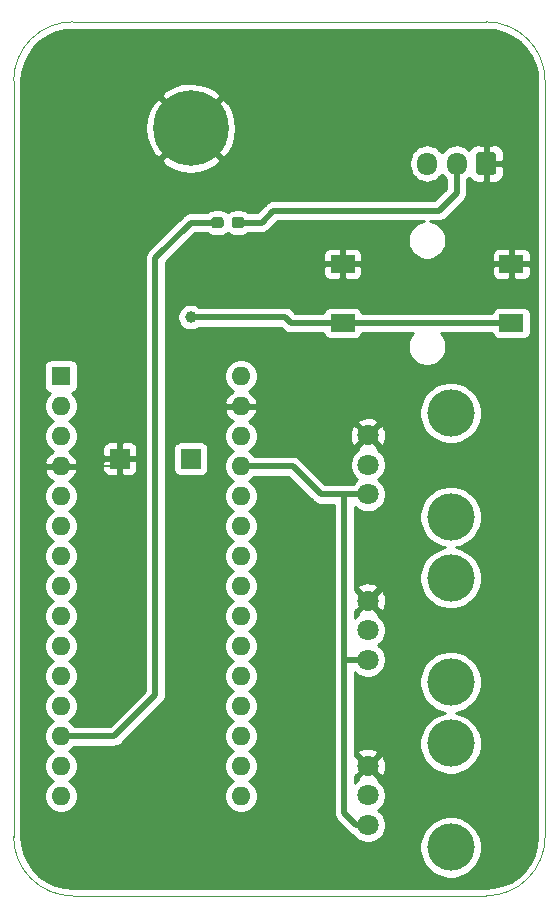
<source format=gbr>
%TF.GenerationSoftware,KiCad,Pcbnew,(5.1.10)-1*%
%TF.CreationDate,2022-05-06T17:00:31+02:00*%
%TF.ProjectId,LTE_HW,4c54455f-4857-42e6-9b69-6361645f7063,rev?*%
%TF.SameCoordinates,Original*%
%TF.FileFunction,Copper,L1,Top*%
%TF.FilePolarity,Positive*%
%FSLAX46Y46*%
G04 Gerber Fmt 4.6, Leading zero omitted, Abs format (unit mm)*
G04 Created by KiCad (PCBNEW (5.1.10)-1) date 2022-05-06 17:00:31*
%MOMM*%
%LPD*%
G01*
G04 APERTURE LIST*
%TA.AperFunction,Profile*%
%ADD10C,0.050000*%
%TD*%
%TA.AperFunction,ComponentPad*%
%ADD11R,1.700000X1.700000*%
%TD*%
%TA.AperFunction,ComponentPad*%
%ADD12R,1.600000X1.600000*%
%TD*%
%TA.AperFunction,ComponentPad*%
%ADD13O,1.600000X1.600000*%
%TD*%
%TA.AperFunction,ComponentPad*%
%ADD14C,6.400000*%
%TD*%
%TA.AperFunction,ComponentPad*%
%ADD15C,0.800000*%
%TD*%
%TA.AperFunction,ComponentPad*%
%ADD16O,1.700000X1.950000*%
%TD*%
%TA.AperFunction,SMDPad,CuDef*%
%ADD17R,2.000000X1.500000*%
%TD*%
%TA.AperFunction,ComponentPad*%
%ADD18C,1.800000*%
%TD*%
%TA.AperFunction,WasherPad*%
%ADD19C,4.000000*%
%TD*%
%TA.AperFunction,ViaPad*%
%ADD20C,1.000000*%
%TD*%
%TA.AperFunction,Conductor*%
%ADD21C,0.200000*%
%TD*%
%TA.AperFunction,Conductor*%
%ADD22C,0.500000*%
%TD*%
%TA.AperFunction,Conductor*%
%ADD23C,0.254000*%
%TD*%
%TA.AperFunction,Conductor*%
%ADD24C,0.100000*%
%TD*%
G04 APERTURE END LIST*
D10*
X150000000Y-145000000D02*
G75*
G02*
X145000000Y-150000000I-5000000J0D01*
G01*
X145000000Y-76000000D02*
G75*
G02*
X150000000Y-81000000I0J-5000000D01*
G01*
X105000000Y-81000000D02*
G75*
G02*
X110000000Y-76000000I5000000J0D01*
G01*
X110000000Y-150000000D02*
G75*
G02*
X105000000Y-145000000I0J5000000D01*
G01*
X145000000Y-76000000D02*
X110000000Y-76000000D01*
X150000000Y-145000000D02*
X150000000Y-81000000D01*
X110000000Y-150000000D02*
X145000000Y-150000000D01*
X105000000Y-81000000D02*
X105000000Y-145000000D01*
D11*
%TO.P,TP2,1*%
%TO.N,REF_5V*%
X114000000Y-113000000D03*
%TD*%
%TO.P,TP1,1*%
%TO.N,5V*%
X120000000Y-113000000D03*
%TD*%
D12*
%TO.P,A1,1*%
%TO.N,Net-(A1-Pad1)*%
X109000000Y-106000000D03*
D13*
%TO.P,A1,17*%
%TO.N,Net-(A1-Pad17)*%
X124240000Y-139020000D03*
%TO.P,A1,2*%
%TO.N,Net-(A1-Pad2)*%
X109000000Y-108540000D03*
%TO.P,A1,18*%
%TO.N,Net-(A1-Pad18)*%
X124240000Y-136480000D03*
%TO.P,A1,3*%
%TO.N,Net-(A1-Pad3)*%
X109000000Y-111080000D03*
%TO.P,A1,19*%
%TO.N,A0*%
X124240000Y-133940000D03*
%TO.P,A1,4*%
%TO.N,REF_5V*%
X109000000Y-113620000D03*
%TO.P,A1,20*%
%TO.N,A1*%
X124240000Y-131400000D03*
%TO.P,A1,5*%
%TO.N,Net-(A1-Pad5)*%
X109000000Y-116160000D03*
%TO.P,A1,21*%
%TO.N,A2*%
X124240000Y-128860000D03*
%TO.P,A1,6*%
%TO.N,Net-(A1-Pad6)*%
X109000000Y-118700000D03*
%TO.P,A1,22*%
%TO.N,Net-(A1-Pad22)*%
X124240000Y-126320000D03*
%TO.P,A1,7*%
%TO.N,Net-(A1-Pad7)*%
X109000000Y-121240000D03*
%TO.P,A1,23*%
%TO.N,Net-(A1-Pad23)*%
X124240000Y-123780000D03*
%TO.P,A1,8*%
%TO.N,Net-(A1-Pad8)*%
X109000000Y-123780000D03*
%TO.P,A1,24*%
%TO.N,Net-(A1-Pad24)*%
X124240000Y-121240000D03*
%TO.P,A1,9*%
%TO.N,Net-(A1-Pad9)*%
X109000000Y-126320000D03*
%TO.P,A1,25*%
%TO.N,Net-(A1-Pad25)*%
X124240000Y-118700000D03*
%TO.P,A1,10*%
%TO.N,Net-(A1-Pad10)*%
X109000000Y-128860000D03*
%TO.P,A1,26*%
%TO.N,Net-(A1-Pad26)*%
X124240000Y-116160000D03*
%TO.P,A1,11*%
%TO.N,Net-(A1-Pad11)*%
X109000000Y-131400000D03*
%TO.P,A1,27*%
%TO.N,5V*%
X124240000Y-113620000D03*
%TO.P,A1,12*%
%TO.N,Net-(A1-Pad12)*%
X109000000Y-133940000D03*
%TO.P,A1,28*%
%TO.N,Net-(A1-Pad28)*%
X124240000Y-111080000D03*
%TO.P,A1,13*%
%TO.N,Net-(A1-Pad13)*%
X109000000Y-136480000D03*
%TO.P,A1,29*%
%TO.N,REF_5V*%
X124240000Y-108540000D03*
%TO.P,A1,14*%
%TO.N,Net-(A1-Pad14)*%
X109000000Y-139020000D03*
%TO.P,A1,30*%
%TO.N,Net-(A1-Pad30)*%
X124240000Y-106000000D03*
%TO.P,A1,15*%
%TO.N,Net-(A1-Pad15)*%
X109000000Y-141560000D03*
%TO.P,A1,16*%
%TO.N,Net-(A1-Pad16)*%
X124240000Y-141560000D03*
%TD*%
D14*
%TO.P,H1,1*%
%TO.N,REF_5V*%
X120000000Y-85000000D03*
D15*
X122400000Y-85000000D03*
X121697056Y-86697056D03*
X120000000Y-87400000D03*
X118302944Y-86697056D03*
X117600000Y-85000000D03*
X118302944Y-83302944D03*
X120000000Y-82600000D03*
X121697056Y-83302944D03*
%TD*%
%TO.P,J1,1*%
%TO.N,REF_5V*%
%TA.AperFunction,ComponentPad*%
G36*
G01*
X145850000Y-87275000D02*
X145850000Y-88725000D01*
G75*
G02*
X145600000Y-88975000I-250000J0D01*
G01*
X144400000Y-88975000D01*
G75*
G02*
X144150000Y-88725000I0J250000D01*
G01*
X144150000Y-87275000D01*
G75*
G02*
X144400000Y-87025000I250000J0D01*
G01*
X145600000Y-87025000D01*
G75*
G02*
X145850000Y-87275000I0J-250000D01*
G01*
G37*
%TD.AperFunction*%
D16*
%TO.P,J1,2*%
%TO.N,S0*%
X142500000Y-88000000D03*
%TO.P,J1,3*%
%TO.N,5V*%
X140000000Y-88000000D03*
%TD*%
%TO.P,R1,1*%
%TO.N,S0*%
%TA.AperFunction,SMDPad,CuDef*%
G36*
G01*
X124525000Y-92762500D02*
X124525000Y-93237500D01*
G75*
G02*
X124287500Y-93475000I-237500J0D01*
G01*
X123712500Y-93475000D01*
G75*
G02*
X123475000Y-93237500I0J237500D01*
G01*
X123475000Y-92762500D01*
G75*
G02*
X123712500Y-92525000I237500J0D01*
G01*
X124287500Y-92525000D01*
G75*
G02*
X124525000Y-92762500I0J-237500D01*
G01*
G37*
%TD.AperFunction*%
%TO.P,R1,2*%
%TO.N,Net-(A1-Pad13)*%
%TA.AperFunction,SMDPad,CuDef*%
G36*
G01*
X122775000Y-92762500D02*
X122775000Y-93237500D01*
G75*
G02*
X122537500Y-93475000I-237500J0D01*
G01*
X121962500Y-93475000D01*
G75*
G02*
X121725000Y-93237500I0J237500D01*
G01*
X121725000Y-92762500D01*
G75*
G02*
X121962500Y-92525000I237500J0D01*
G01*
X122537500Y-92525000D01*
G75*
G02*
X122775000Y-92762500I0J-237500D01*
G01*
G37*
%TD.AperFunction*%
%TD*%
D17*
%TO.P,SW1,2*%
%TO.N,Net-(A1-Pad5)*%
X147150000Y-101500000D03*
X132850000Y-101500000D03*
%TO.P,SW1,1*%
%TO.N,REF_5V*%
X132850000Y-96500000D03*
X147150000Y-96500000D03*
%TD*%
D18*
%TO.P,RV1,3*%
%TO.N,REF_5V*%
X135000000Y-139000000D03*
%TO.P,RV1,2*%
%TO.N,A0*%
X135000000Y-141500000D03*
%TO.P,RV1,1*%
%TO.N,5V*%
X135000000Y-144000000D03*
D19*
%TO.P,RV1,*%
%TO.N,*%
X142000000Y-137100000D03*
X142000000Y-145900000D03*
%TD*%
%TO.P,RV2,*%
%TO.N,*%
X142000000Y-131900000D03*
X142000000Y-123100000D03*
D18*
%TO.P,RV2,1*%
%TO.N,5V*%
X135000000Y-130000000D03*
%TO.P,RV2,2*%
%TO.N,A1*%
X135000000Y-127500000D03*
%TO.P,RV2,3*%
%TO.N,REF_5V*%
X135000000Y-125000000D03*
%TD*%
%TO.P,RV3,3*%
%TO.N,REF_5V*%
X135000000Y-111000000D03*
%TO.P,RV3,2*%
%TO.N,A2*%
X135000000Y-113500000D03*
%TO.P,RV3,1*%
%TO.N,5V*%
X135000000Y-116000000D03*
D19*
%TO.P,RV3,*%
%TO.N,*%
X142000000Y-109100000D03*
X142000000Y-117900000D03*
%TD*%
D20*
%TO.N,REF_5V*%
X130000000Y-97000000D03*
%TO.N,Net-(A1-Pad5)*%
X120000000Y-101000000D03*
%TD*%
D21*
%TO.N,REF_5V*%
X145000000Y-96000000D02*
X145500000Y-96500000D01*
X145000000Y-88000000D02*
X145000000Y-96000000D01*
X145500000Y-96500000D02*
X147150000Y-96500000D01*
X132850000Y-96500000D02*
X145500000Y-96500000D01*
X113380000Y-113620000D02*
X114000000Y-113000000D01*
X109000000Y-113620000D02*
X113380000Y-113620000D01*
X130500000Y-96500000D02*
X132850000Y-96500000D01*
X130000000Y-97000000D02*
X130500000Y-96500000D01*
D22*
%TO.N,Net-(A1-Pad13)*%
X120000000Y-93000000D02*
X122250000Y-93000000D01*
X117000000Y-133000000D02*
X117000000Y-96000000D01*
X117000000Y-96000000D02*
X120000000Y-93000000D01*
X113520000Y-136480000D02*
X117000000Y-133000000D01*
X109000000Y-136480000D02*
X113520000Y-136480000D01*
%TO.N,5V*%
X133000000Y-128000000D02*
X133000000Y-118000000D01*
X134000000Y-144000000D02*
X135000000Y-144000000D01*
X133000000Y-143000000D02*
X134000000Y-144000000D01*
X133000000Y-130000000D02*
X133000000Y-143000000D01*
X135000000Y-130000000D02*
X133000000Y-130000000D01*
X133000000Y-128000000D02*
X133000000Y-130000000D01*
X124240000Y-113620000D02*
X128620000Y-113620000D01*
X128620000Y-113620000D02*
X131000000Y-116000000D01*
X131000000Y-116000000D02*
X133000000Y-116000000D01*
X133000000Y-116000000D02*
X135000000Y-116000000D01*
X133000000Y-118000000D02*
X133000000Y-116000000D01*
%TO.N,Net-(A1-Pad5)*%
X132850000Y-101500000D02*
X147150000Y-101500000D01*
X132850000Y-101500000D02*
X129500000Y-101500000D01*
X129500000Y-101500000D02*
X128500000Y-101500000D01*
X128500000Y-101500000D02*
X128000000Y-101000000D01*
X128000000Y-101000000D02*
X120000000Y-101000000D01*
%TO.N,S0*%
X142500000Y-90500000D02*
X142500000Y-88000000D01*
X141000000Y-92000000D02*
X142500000Y-90500000D01*
X127000000Y-92000000D02*
X141000000Y-92000000D01*
X126000000Y-93000000D02*
X127000000Y-92000000D01*
X124000000Y-93000000D02*
X126000000Y-93000000D01*
%TD*%
D23*
%TO.N,REF_5V*%
X145768083Y-76731173D02*
X146511891Y-76934656D01*
X147207905Y-77266638D01*
X147834130Y-77716626D01*
X148370777Y-78270403D01*
X148800871Y-78910451D01*
X149110829Y-79616553D01*
X149292065Y-80371457D01*
X149340001Y-81024220D01*
X149340000Y-144970608D01*
X149268827Y-145768083D01*
X149065344Y-146511890D01*
X148733363Y-147207904D01*
X148283374Y-147834130D01*
X147729597Y-148370777D01*
X147089549Y-148800871D01*
X146383447Y-149110829D01*
X145628543Y-149292065D01*
X144975793Y-149340000D01*
X110029392Y-149340000D01*
X109231917Y-149268827D01*
X108488110Y-149065344D01*
X107792096Y-148733363D01*
X107165870Y-148283374D01*
X106629223Y-147729597D01*
X106199129Y-147089549D01*
X105889171Y-146383447D01*
X105710800Y-145640475D01*
X139365000Y-145640475D01*
X139365000Y-146159525D01*
X139466261Y-146668601D01*
X139664893Y-147148141D01*
X139953262Y-147579715D01*
X140320285Y-147946738D01*
X140751859Y-148235107D01*
X141231399Y-148433739D01*
X141740475Y-148535000D01*
X142259525Y-148535000D01*
X142768601Y-148433739D01*
X143248141Y-148235107D01*
X143679715Y-147946738D01*
X144046738Y-147579715D01*
X144335107Y-147148141D01*
X144533739Y-146668601D01*
X144635000Y-146159525D01*
X144635000Y-145640475D01*
X144533739Y-145131399D01*
X144335107Y-144651859D01*
X144046738Y-144220285D01*
X143679715Y-143853262D01*
X143248141Y-143564893D01*
X142768601Y-143366261D01*
X142259525Y-143265000D01*
X141740475Y-143265000D01*
X141231399Y-143366261D01*
X140751859Y-143564893D01*
X140320285Y-143853262D01*
X139953262Y-144220285D01*
X139664893Y-144651859D01*
X139466261Y-145131399D01*
X139365000Y-145640475D01*
X105710800Y-145640475D01*
X105707935Y-145628543D01*
X105660000Y-144975793D01*
X105660000Y-116018665D01*
X107565000Y-116018665D01*
X107565000Y-116301335D01*
X107620147Y-116578574D01*
X107728320Y-116839727D01*
X107885363Y-117074759D01*
X108085241Y-117274637D01*
X108317759Y-117430000D01*
X108085241Y-117585363D01*
X107885363Y-117785241D01*
X107728320Y-118020273D01*
X107620147Y-118281426D01*
X107565000Y-118558665D01*
X107565000Y-118841335D01*
X107620147Y-119118574D01*
X107728320Y-119379727D01*
X107885363Y-119614759D01*
X108085241Y-119814637D01*
X108317759Y-119970000D01*
X108085241Y-120125363D01*
X107885363Y-120325241D01*
X107728320Y-120560273D01*
X107620147Y-120821426D01*
X107565000Y-121098665D01*
X107565000Y-121381335D01*
X107620147Y-121658574D01*
X107728320Y-121919727D01*
X107885363Y-122154759D01*
X108085241Y-122354637D01*
X108317759Y-122510000D01*
X108085241Y-122665363D01*
X107885363Y-122865241D01*
X107728320Y-123100273D01*
X107620147Y-123361426D01*
X107565000Y-123638665D01*
X107565000Y-123921335D01*
X107620147Y-124198574D01*
X107728320Y-124459727D01*
X107885363Y-124694759D01*
X108085241Y-124894637D01*
X108317759Y-125050000D01*
X108085241Y-125205363D01*
X107885363Y-125405241D01*
X107728320Y-125640273D01*
X107620147Y-125901426D01*
X107565000Y-126178665D01*
X107565000Y-126461335D01*
X107620147Y-126738574D01*
X107728320Y-126999727D01*
X107885363Y-127234759D01*
X108085241Y-127434637D01*
X108317759Y-127590000D01*
X108085241Y-127745363D01*
X107885363Y-127945241D01*
X107728320Y-128180273D01*
X107620147Y-128441426D01*
X107565000Y-128718665D01*
X107565000Y-129001335D01*
X107620147Y-129278574D01*
X107728320Y-129539727D01*
X107885363Y-129774759D01*
X108085241Y-129974637D01*
X108317759Y-130130000D01*
X108085241Y-130285363D01*
X107885363Y-130485241D01*
X107728320Y-130720273D01*
X107620147Y-130981426D01*
X107565000Y-131258665D01*
X107565000Y-131541335D01*
X107620147Y-131818574D01*
X107728320Y-132079727D01*
X107885363Y-132314759D01*
X108085241Y-132514637D01*
X108317759Y-132670000D01*
X108085241Y-132825363D01*
X107885363Y-133025241D01*
X107728320Y-133260273D01*
X107620147Y-133521426D01*
X107565000Y-133798665D01*
X107565000Y-134081335D01*
X107620147Y-134358574D01*
X107728320Y-134619727D01*
X107885363Y-134854759D01*
X108085241Y-135054637D01*
X108317759Y-135210000D01*
X108085241Y-135365363D01*
X107885363Y-135565241D01*
X107728320Y-135800273D01*
X107620147Y-136061426D01*
X107565000Y-136338665D01*
X107565000Y-136621335D01*
X107620147Y-136898574D01*
X107728320Y-137159727D01*
X107885363Y-137394759D01*
X108085241Y-137594637D01*
X108317759Y-137750000D01*
X108085241Y-137905363D01*
X107885363Y-138105241D01*
X107728320Y-138340273D01*
X107620147Y-138601426D01*
X107565000Y-138878665D01*
X107565000Y-139161335D01*
X107620147Y-139438574D01*
X107728320Y-139699727D01*
X107885363Y-139934759D01*
X108085241Y-140134637D01*
X108317759Y-140290000D01*
X108085241Y-140445363D01*
X107885363Y-140645241D01*
X107728320Y-140880273D01*
X107620147Y-141141426D01*
X107565000Y-141418665D01*
X107565000Y-141701335D01*
X107620147Y-141978574D01*
X107728320Y-142239727D01*
X107885363Y-142474759D01*
X108085241Y-142674637D01*
X108320273Y-142831680D01*
X108581426Y-142939853D01*
X108858665Y-142995000D01*
X109141335Y-142995000D01*
X109418574Y-142939853D01*
X109679727Y-142831680D01*
X109914759Y-142674637D01*
X110114637Y-142474759D01*
X110271680Y-142239727D01*
X110379853Y-141978574D01*
X110435000Y-141701335D01*
X110435000Y-141418665D01*
X110379853Y-141141426D01*
X110271680Y-140880273D01*
X110114637Y-140645241D01*
X109914759Y-140445363D01*
X109682241Y-140290000D01*
X109914759Y-140134637D01*
X110114637Y-139934759D01*
X110271680Y-139699727D01*
X110379853Y-139438574D01*
X110435000Y-139161335D01*
X110435000Y-138878665D01*
X110379853Y-138601426D01*
X110271680Y-138340273D01*
X110114637Y-138105241D01*
X109914759Y-137905363D01*
X109682241Y-137750000D01*
X109914759Y-137594637D01*
X110114637Y-137394759D01*
X110134521Y-137365000D01*
X113476531Y-137365000D01*
X113520000Y-137369281D01*
X113563469Y-137365000D01*
X113563477Y-137365000D01*
X113693490Y-137352195D01*
X113860313Y-137301589D01*
X114014059Y-137219411D01*
X114148817Y-137108817D01*
X114176534Y-137075044D01*
X117595050Y-133656529D01*
X117628817Y-133628817D01*
X117669115Y-133579715D01*
X117739410Y-133494060D01*
X117739411Y-133494059D01*
X117821589Y-133340313D01*
X117872195Y-133173490D01*
X117885000Y-133043477D01*
X117885000Y-133043467D01*
X117889281Y-133000001D01*
X117885000Y-132956535D01*
X117885000Y-112150000D01*
X118511928Y-112150000D01*
X118511928Y-113850000D01*
X118524188Y-113974482D01*
X118560498Y-114094180D01*
X118619463Y-114204494D01*
X118698815Y-114301185D01*
X118795506Y-114380537D01*
X118905820Y-114439502D01*
X119025518Y-114475812D01*
X119150000Y-114488072D01*
X120850000Y-114488072D01*
X120974482Y-114475812D01*
X121094180Y-114439502D01*
X121204494Y-114380537D01*
X121301185Y-114301185D01*
X121380537Y-114204494D01*
X121439502Y-114094180D01*
X121475812Y-113974482D01*
X121488072Y-113850000D01*
X121488072Y-112150000D01*
X121475812Y-112025518D01*
X121439502Y-111905820D01*
X121380537Y-111795506D01*
X121301185Y-111698815D01*
X121204494Y-111619463D01*
X121094180Y-111560498D01*
X120974482Y-111524188D01*
X120850000Y-111511928D01*
X119150000Y-111511928D01*
X119025518Y-111524188D01*
X118905820Y-111560498D01*
X118795506Y-111619463D01*
X118698815Y-111698815D01*
X118619463Y-111795506D01*
X118560498Y-111905820D01*
X118524188Y-112025518D01*
X118511928Y-112150000D01*
X117885000Y-112150000D01*
X117885000Y-110938665D01*
X122805000Y-110938665D01*
X122805000Y-111221335D01*
X122860147Y-111498574D01*
X122968320Y-111759727D01*
X123125363Y-111994759D01*
X123325241Y-112194637D01*
X123557759Y-112350000D01*
X123325241Y-112505363D01*
X123125363Y-112705241D01*
X122968320Y-112940273D01*
X122860147Y-113201426D01*
X122805000Y-113478665D01*
X122805000Y-113761335D01*
X122860147Y-114038574D01*
X122968320Y-114299727D01*
X123125363Y-114534759D01*
X123325241Y-114734637D01*
X123557759Y-114890000D01*
X123325241Y-115045363D01*
X123125363Y-115245241D01*
X122968320Y-115480273D01*
X122860147Y-115741426D01*
X122805000Y-116018665D01*
X122805000Y-116301335D01*
X122860147Y-116578574D01*
X122968320Y-116839727D01*
X123125363Y-117074759D01*
X123325241Y-117274637D01*
X123557759Y-117430000D01*
X123325241Y-117585363D01*
X123125363Y-117785241D01*
X122968320Y-118020273D01*
X122860147Y-118281426D01*
X122805000Y-118558665D01*
X122805000Y-118841335D01*
X122860147Y-119118574D01*
X122968320Y-119379727D01*
X123125363Y-119614759D01*
X123325241Y-119814637D01*
X123557759Y-119970000D01*
X123325241Y-120125363D01*
X123125363Y-120325241D01*
X122968320Y-120560273D01*
X122860147Y-120821426D01*
X122805000Y-121098665D01*
X122805000Y-121381335D01*
X122860147Y-121658574D01*
X122968320Y-121919727D01*
X123125363Y-122154759D01*
X123325241Y-122354637D01*
X123557759Y-122510000D01*
X123325241Y-122665363D01*
X123125363Y-122865241D01*
X122968320Y-123100273D01*
X122860147Y-123361426D01*
X122805000Y-123638665D01*
X122805000Y-123921335D01*
X122860147Y-124198574D01*
X122968320Y-124459727D01*
X123125363Y-124694759D01*
X123325241Y-124894637D01*
X123557759Y-125050000D01*
X123325241Y-125205363D01*
X123125363Y-125405241D01*
X122968320Y-125640273D01*
X122860147Y-125901426D01*
X122805000Y-126178665D01*
X122805000Y-126461335D01*
X122860147Y-126738574D01*
X122968320Y-126999727D01*
X123125363Y-127234759D01*
X123325241Y-127434637D01*
X123557759Y-127590000D01*
X123325241Y-127745363D01*
X123125363Y-127945241D01*
X122968320Y-128180273D01*
X122860147Y-128441426D01*
X122805000Y-128718665D01*
X122805000Y-129001335D01*
X122860147Y-129278574D01*
X122968320Y-129539727D01*
X123125363Y-129774759D01*
X123325241Y-129974637D01*
X123557759Y-130130000D01*
X123325241Y-130285363D01*
X123125363Y-130485241D01*
X122968320Y-130720273D01*
X122860147Y-130981426D01*
X122805000Y-131258665D01*
X122805000Y-131541335D01*
X122860147Y-131818574D01*
X122968320Y-132079727D01*
X123125363Y-132314759D01*
X123325241Y-132514637D01*
X123557759Y-132670000D01*
X123325241Y-132825363D01*
X123125363Y-133025241D01*
X122968320Y-133260273D01*
X122860147Y-133521426D01*
X122805000Y-133798665D01*
X122805000Y-134081335D01*
X122860147Y-134358574D01*
X122968320Y-134619727D01*
X123125363Y-134854759D01*
X123325241Y-135054637D01*
X123557759Y-135210000D01*
X123325241Y-135365363D01*
X123125363Y-135565241D01*
X122968320Y-135800273D01*
X122860147Y-136061426D01*
X122805000Y-136338665D01*
X122805000Y-136621335D01*
X122860147Y-136898574D01*
X122968320Y-137159727D01*
X123125363Y-137394759D01*
X123325241Y-137594637D01*
X123557759Y-137750000D01*
X123325241Y-137905363D01*
X123125363Y-138105241D01*
X122968320Y-138340273D01*
X122860147Y-138601426D01*
X122805000Y-138878665D01*
X122805000Y-139161335D01*
X122860147Y-139438574D01*
X122968320Y-139699727D01*
X123125363Y-139934759D01*
X123325241Y-140134637D01*
X123557759Y-140290000D01*
X123325241Y-140445363D01*
X123125363Y-140645241D01*
X122968320Y-140880273D01*
X122860147Y-141141426D01*
X122805000Y-141418665D01*
X122805000Y-141701335D01*
X122860147Y-141978574D01*
X122968320Y-142239727D01*
X123125363Y-142474759D01*
X123325241Y-142674637D01*
X123560273Y-142831680D01*
X123821426Y-142939853D01*
X124098665Y-142995000D01*
X124381335Y-142995000D01*
X124658574Y-142939853D01*
X124919727Y-142831680D01*
X125154759Y-142674637D01*
X125354637Y-142474759D01*
X125511680Y-142239727D01*
X125619853Y-141978574D01*
X125675000Y-141701335D01*
X125675000Y-141418665D01*
X125619853Y-141141426D01*
X125511680Y-140880273D01*
X125354637Y-140645241D01*
X125154759Y-140445363D01*
X124922241Y-140290000D01*
X125154759Y-140134637D01*
X125354637Y-139934759D01*
X125511680Y-139699727D01*
X125619853Y-139438574D01*
X125675000Y-139161335D01*
X125675000Y-138878665D01*
X125619853Y-138601426D01*
X125511680Y-138340273D01*
X125354637Y-138105241D01*
X125154759Y-137905363D01*
X124922241Y-137750000D01*
X125154759Y-137594637D01*
X125354637Y-137394759D01*
X125511680Y-137159727D01*
X125619853Y-136898574D01*
X125675000Y-136621335D01*
X125675000Y-136338665D01*
X125619853Y-136061426D01*
X125511680Y-135800273D01*
X125354637Y-135565241D01*
X125154759Y-135365363D01*
X124922241Y-135210000D01*
X125154759Y-135054637D01*
X125354637Y-134854759D01*
X125511680Y-134619727D01*
X125619853Y-134358574D01*
X125675000Y-134081335D01*
X125675000Y-133798665D01*
X125619853Y-133521426D01*
X125511680Y-133260273D01*
X125354637Y-133025241D01*
X125154759Y-132825363D01*
X124922241Y-132670000D01*
X125154759Y-132514637D01*
X125354637Y-132314759D01*
X125511680Y-132079727D01*
X125619853Y-131818574D01*
X125675000Y-131541335D01*
X125675000Y-131258665D01*
X125619853Y-130981426D01*
X125511680Y-130720273D01*
X125354637Y-130485241D01*
X125154759Y-130285363D01*
X124922241Y-130130000D01*
X125154759Y-129974637D01*
X125354637Y-129774759D01*
X125511680Y-129539727D01*
X125619853Y-129278574D01*
X125675000Y-129001335D01*
X125675000Y-128718665D01*
X125619853Y-128441426D01*
X125511680Y-128180273D01*
X125354637Y-127945241D01*
X125154759Y-127745363D01*
X124922241Y-127590000D01*
X125154759Y-127434637D01*
X125354637Y-127234759D01*
X125511680Y-126999727D01*
X125619853Y-126738574D01*
X125675000Y-126461335D01*
X125675000Y-126178665D01*
X125619853Y-125901426D01*
X125511680Y-125640273D01*
X125354637Y-125405241D01*
X125154759Y-125205363D01*
X124922241Y-125050000D01*
X125154759Y-124894637D01*
X125354637Y-124694759D01*
X125511680Y-124459727D01*
X125619853Y-124198574D01*
X125675000Y-123921335D01*
X125675000Y-123638665D01*
X125619853Y-123361426D01*
X125511680Y-123100273D01*
X125354637Y-122865241D01*
X125154759Y-122665363D01*
X124922241Y-122510000D01*
X125154759Y-122354637D01*
X125354637Y-122154759D01*
X125511680Y-121919727D01*
X125619853Y-121658574D01*
X125675000Y-121381335D01*
X125675000Y-121098665D01*
X125619853Y-120821426D01*
X125511680Y-120560273D01*
X125354637Y-120325241D01*
X125154759Y-120125363D01*
X124922241Y-119970000D01*
X125154759Y-119814637D01*
X125354637Y-119614759D01*
X125511680Y-119379727D01*
X125619853Y-119118574D01*
X125675000Y-118841335D01*
X125675000Y-118558665D01*
X125619853Y-118281426D01*
X125511680Y-118020273D01*
X125354637Y-117785241D01*
X125154759Y-117585363D01*
X124922241Y-117430000D01*
X125154759Y-117274637D01*
X125354637Y-117074759D01*
X125511680Y-116839727D01*
X125619853Y-116578574D01*
X125675000Y-116301335D01*
X125675000Y-116018665D01*
X125619853Y-115741426D01*
X125511680Y-115480273D01*
X125354637Y-115245241D01*
X125154759Y-115045363D01*
X124922241Y-114890000D01*
X125154759Y-114734637D01*
X125354637Y-114534759D01*
X125374521Y-114505000D01*
X128253422Y-114505000D01*
X130343470Y-116595049D01*
X130371183Y-116628817D01*
X130404951Y-116656530D01*
X130404953Y-116656532D01*
X130476452Y-116715210D01*
X130505941Y-116739411D01*
X130659687Y-116821589D01*
X130826510Y-116872195D01*
X130956523Y-116885000D01*
X130956533Y-116885000D01*
X130999999Y-116889281D01*
X131043465Y-116885000D01*
X132115001Y-116885000D01*
X132115000Y-118043476D01*
X132115001Y-118043486D01*
X132115000Y-127956523D01*
X132115000Y-127956524D01*
X132115001Y-129956514D01*
X132110718Y-130000000D01*
X132115000Y-130043477D01*
X132115001Y-142956521D01*
X132110719Y-143000000D01*
X132127805Y-143173490D01*
X132178412Y-143340313D01*
X132260590Y-143494059D01*
X132343468Y-143595046D01*
X132343471Y-143595049D01*
X132371184Y-143628817D01*
X132404951Y-143656529D01*
X133343470Y-144595049D01*
X133371183Y-144628817D01*
X133404951Y-144656530D01*
X133404953Y-144656532D01*
X133505941Y-144739411D01*
X133659686Y-144821589D01*
X133713811Y-144838008D01*
X133807688Y-144978505D01*
X134021495Y-145192312D01*
X134272905Y-145360299D01*
X134552257Y-145476011D01*
X134848816Y-145535000D01*
X135151184Y-145535000D01*
X135447743Y-145476011D01*
X135727095Y-145360299D01*
X135978505Y-145192312D01*
X136192312Y-144978505D01*
X136360299Y-144727095D01*
X136476011Y-144447743D01*
X136535000Y-144151184D01*
X136535000Y-143848816D01*
X136476011Y-143552257D01*
X136360299Y-143272905D01*
X136192312Y-143021495D01*
X135978505Y-142807688D01*
X135892169Y-142750000D01*
X135978505Y-142692312D01*
X136192312Y-142478505D01*
X136360299Y-142227095D01*
X136476011Y-141947743D01*
X136535000Y-141651184D01*
X136535000Y-141348816D01*
X136476011Y-141052257D01*
X136360299Y-140772905D01*
X136192312Y-140521495D01*
X135978505Y-140307688D01*
X135835690Y-140212262D01*
X135884475Y-140064080D01*
X135000000Y-139179605D01*
X134115525Y-140064080D01*
X134164310Y-140212262D01*
X134021495Y-140307688D01*
X133885000Y-140444183D01*
X133885000Y-139867711D01*
X133935920Y-139884475D01*
X134820395Y-139000000D01*
X135179605Y-139000000D01*
X136064080Y-139884475D01*
X136318261Y-139800792D01*
X136449158Y-139528225D01*
X136524365Y-139235358D01*
X136540991Y-138933447D01*
X136498397Y-138634093D01*
X136398222Y-138348801D01*
X136318261Y-138199208D01*
X136064080Y-138115525D01*
X135179605Y-139000000D01*
X134820395Y-139000000D01*
X133935920Y-138115525D01*
X133885000Y-138132289D01*
X133885000Y-137935920D01*
X134115525Y-137935920D01*
X135000000Y-138820395D01*
X135884475Y-137935920D01*
X135800792Y-137681739D01*
X135528225Y-137550842D01*
X135235358Y-137475635D01*
X134933447Y-137459009D01*
X134634093Y-137501603D01*
X134348801Y-137601778D01*
X134199208Y-137681739D01*
X134115525Y-137935920D01*
X133885000Y-137935920D01*
X133885000Y-131640475D01*
X139365000Y-131640475D01*
X139365000Y-132159525D01*
X139466261Y-132668601D01*
X139664893Y-133148141D01*
X139953262Y-133579715D01*
X140320285Y-133946738D01*
X140751859Y-134235107D01*
X141231399Y-134433739D01*
X141564517Y-134500000D01*
X141231399Y-134566261D01*
X140751859Y-134764893D01*
X140320285Y-135053262D01*
X139953262Y-135420285D01*
X139664893Y-135851859D01*
X139466261Y-136331399D01*
X139365000Y-136840475D01*
X139365000Y-137359525D01*
X139466261Y-137868601D01*
X139664893Y-138348141D01*
X139953262Y-138779715D01*
X140320285Y-139146738D01*
X140751859Y-139435107D01*
X141231399Y-139633739D01*
X141740475Y-139735000D01*
X142259525Y-139735000D01*
X142768601Y-139633739D01*
X143248141Y-139435107D01*
X143679715Y-139146738D01*
X144046738Y-138779715D01*
X144335107Y-138348141D01*
X144533739Y-137868601D01*
X144635000Y-137359525D01*
X144635000Y-136840475D01*
X144533739Y-136331399D01*
X144335107Y-135851859D01*
X144046738Y-135420285D01*
X143679715Y-135053262D01*
X143248141Y-134764893D01*
X142768601Y-134566261D01*
X142435483Y-134500000D01*
X142768601Y-134433739D01*
X143248141Y-134235107D01*
X143679715Y-133946738D01*
X144046738Y-133579715D01*
X144335107Y-133148141D01*
X144533739Y-132668601D01*
X144635000Y-132159525D01*
X144635000Y-131640475D01*
X144533739Y-131131399D01*
X144335107Y-130651859D01*
X144046738Y-130220285D01*
X143679715Y-129853262D01*
X143248141Y-129564893D01*
X142768601Y-129366261D01*
X142259525Y-129265000D01*
X141740475Y-129265000D01*
X141231399Y-129366261D01*
X140751859Y-129564893D01*
X140320285Y-129853262D01*
X139953262Y-130220285D01*
X139664893Y-130651859D01*
X139466261Y-131131399D01*
X139365000Y-131640475D01*
X133885000Y-131640475D01*
X133885000Y-131055817D01*
X134021495Y-131192312D01*
X134272905Y-131360299D01*
X134552257Y-131476011D01*
X134848816Y-131535000D01*
X135151184Y-131535000D01*
X135447743Y-131476011D01*
X135727095Y-131360299D01*
X135978505Y-131192312D01*
X136192312Y-130978505D01*
X136360299Y-130727095D01*
X136476011Y-130447743D01*
X136535000Y-130151184D01*
X136535000Y-129848816D01*
X136476011Y-129552257D01*
X136360299Y-129272905D01*
X136192312Y-129021495D01*
X135978505Y-128807688D01*
X135892169Y-128750000D01*
X135978505Y-128692312D01*
X136192312Y-128478505D01*
X136360299Y-128227095D01*
X136476011Y-127947743D01*
X136535000Y-127651184D01*
X136535000Y-127348816D01*
X136476011Y-127052257D01*
X136360299Y-126772905D01*
X136192312Y-126521495D01*
X135978505Y-126307688D01*
X135835690Y-126212262D01*
X135884475Y-126064080D01*
X135000000Y-125179605D01*
X134115525Y-126064080D01*
X134164310Y-126212262D01*
X134021495Y-126307688D01*
X133885000Y-126444183D01*
X133885000Y-125867711D01*
X133935920Y-125884475D01*
X134820395Y-125000000D01*
X135179605Y-125000000D01*
X136064080Y-125884475D01*
X136318261Y-125800792D01*
X136449158Y-125528225D01*
X136524365Y-125235358D01*
X136540991Y-124933447D01*
X136498397Y-124634093D01*
X136398222Y-124348801D01*
X136318261Y-124199208D01*
X136064080Y-124115525D01*
X135179605Y-125000000D01*
X134820395Y-125000000D01*
X133935920Y-124115525D01*
X133885000Y-124132289D01*
X133885000Y-123935920D01*
X134115525Y-123935920D01*
X135000000Y-124820395D01*
X135884475Y-123935920D01*
X135800792Y-123681739D01*
X135528225Y-123550842D01*
X135235358Y-123475635D01*
X134933447Y-123459009D01*
X134634093Y-123501603D01*
X134348801Y-123601778D01*
X134199208Y-123681739D01*
X134115525Y-123935920D01*
X133885000Y-123935920D01*
X133885000Y-117640475D01*
X139365000Y-117640475D01*
X139365000Y-118159525D01*
X139466261Y-118668601D01*
X139664893Y-119148141D01*
X139953262Y-119579715D01*
X140320285Y-119946738D01*
X140751859Y-120235107D01*
X141231399Y-120433739D01*
X141564517Y-120500000D01*
X141231399Y-120566261D01*
X140751859Y-120764893D01*
X140320285Y-121053262D01*
X139953262Y-121420285D01*
X139664893Y-121851859D01*
X139466261Y-122331399D01*
X139365000Y-122840475D01*
X139365000Y-123359525D01*
X139466261Y-123868601D01*
X139664893Y-124348141D01*
X139953262Y-124779715D01*
X140320285Y-125146738D01*
X140751859Y-125435107D01*
X141231399Y-125633739D01*
X141740475Y-125735000D01*
X142259525Y-125735000D01*
X142768601Y-125633739D01*
X143248141Y-125435107D01*
X143679715Y-125146738D01*
X144046738Y-124779715D01*
X144335107Y-124348141D01*
X144533739Y-123868601D01*
X144635000Y-123359525D01*
X144635000Y-122840475D01*
X144533739Y-122331399D01*
X144335107Y-121851859D01*
X144046738Y-121420285D01*
X143679715Y-121053262D01*
X143248141Y-120764893D01*
X142768601Y-120566261D01*
X142435483Y-120500000D01*
X142768601Y-120433739D01*
X143248141Y-120235107D01*
X143679715Y-119946738D01*
X144046738Y-119579715D01*
X144335107Y-119148141D01*
X144533739Y-118668601D01*
X144635000Y-118159525D01*
X144635000Y-117640475D01*
X144533739Y-117131399D01*
X144335107Y-116651859D01*
X144046738Y-116220285D01*
X143679715Y-115853262D01*
X143248141Y-115564893D01*
X142768601Y-115366261D01*
X142259525Y-115265000D01*
X141740475Y-115265000D01*
X141231399Y-115366261D01*
X140751859Y-115564893D01*
X140320285Y-115853262D01*
X139953262Y-116220285D01*
X139664893Y-116651859D01*
X139466261Y-117131399D01*
X139365000Y-117640475D01*
X133885000Y-117640475D01*
X133885000Y-117055817D01*
X134021495Y-117192312D01*
X134272905Y-117360299D01*
X134552257Y-117476011D01*
X134848816Y-117535000D01*
X135151184Y-117535000D01*
X135447743Y-117476011D01*
X135727095Y-117360299D01*
X135978505Y-117192312D01*
X136192312Y-116978505D01*
X136360299Y-116727095D01*
X136476011Y-116447743D01*
X136535000Y-116151184D01*
X136535000Y-115848816D01*
X136476011Y-115552257D01*
X136360299Y-115272905D01*
X136192312Y-115021495D01*
X135978505Y-114807688D01*
X135892169Y-114750000D01*
X135978505Y-114692312D01*
X136192312Y-114478505D01*
X136360299Y-114227095D01*
X136476011Y-113947743D01*
X136535000Y-113651184D01*
X136535000Y-113348816D01*
X136476011Y-113052257D01*
X136360299Y-112772905D01*
X136192312Y-112521495D01*
X135978505Y-112307688D01*
X135835690Y-112212262D01*
X135884475Y-112064080D01*
X135000000Y-111179605D01*
X134115525Y-112064080D01*
X134164310Y-112212262D01*
X134021495Y-112307688D01*
X133807688Y-112521495D01*
X133639701Y-112772905D01*
X133523989Y-113052257D01*
X133465000Y-113348816D01*
X133465000Y-113651184D01*
X133523989Y-113947743D01*
X133639701Y-114227095D01*
X133807688Y-114478505D01*
X134021495Y-114692312D01*
X134107831Y-114750000D01*
X134021495Y-114807688D01*
X133807688Y-115021495D01*
X133745210Y-115115000D01*
X133043477Y-115115000D01*
X133000000Y-115110718D01*
X132956524Y-115115000D01*
X131366579Y-115115000D01*
X129276534Y-113024956D01*
X129248817Y-112991183D01*
X129114059Y-112880589D01*
X128960313Y-112798411D01*
X128793490Y-112747805D01*
X128663477Y-112735000D01*
X128663469Y-112735000D01*
X128620000Y-112730719D01*
X128576531Y-112735000D01*
X125374521Y-112735000D01*
X125354637Y-112705241D01*
X125154759Y-112505363D01*
X124922241Y-112350000D01*
X125154759Y-112194637D01*
X125354637Y-111994759D01*
X125511680Y-111759727D01*
X125619853Y-111498574D01*
X125675000Y-111221335D01*
X125675000Y-111066553D01*
X133459009Y-111066553D01*
X133501603Y-111365907D01*
X133601778Y-111651199D01*
X133681739Y-111800792D01*
X133935920Y-111884475D01*
X134820395Y-111000000D01*
X135179605Y-111000000D01*
X136064080Y-111884475D01*
X136318261Y-111800792D01*
X136449158Y-111528225D01*
X136524365Y-111235358D01*
X136540991Y-110933447D01*
X136498397Y-110634093D01*
X136398222Y-110348801D01*
X136318261Y-110199208D01*
X136064080Y-110115525D01*
X135179605Y-111000000D01*
X134820395Y-111000000D01*
X133935920Y-110115525D01*
X133681739Y-110199208D01*
X133550842Y-110471775D01*
X133475635Y-110764642D01*
X133459009Y-111066553D01*
X125675000Y-111066553D01*
X125675000Y-110938665D01*
X125619853Y-110661426D01*
X125511680Y-110400273D01*
X125354637Y-110165241D01*
X125154759Y-109965363D01*
X125110695Y-109935920D01*
X134115525Y-109935920D01*
X135000000Y-110820395D01*
X135884475Y-109935920D01*
X135800792Y-109681739D01*
X135528225Y-109550842D01*
X135235358Y-109475635D01*
X134933447Y-109459009D01*
X134634093Y-109501603D01*
X134348801Y-109601778D01*
X134199208Y-109681739D01*
X134115525Y-109935920D01*
X125110695Y-109935920D01*
X124919727Y-109808320D01*
X124909135Y-109803933D01*
X125095131Y-109692385D01*
X125303519Y-109503414D01*
X125471037Y-109277420D01*
X125591246Y-109023087D01*
X125631904Y-108889039D01*
X125605223Y-108840475D01*
X139365000Y-108840475D01*
X139365000Y-109359525D01*
X139466261Y-109868601D01*
X139664893Y-110348141D01*
X139953262Y-110779715D01*
X140320285Y-111146738D01*
X140751859Y-111435107D01*
X141231399Y-111633739D01*
X141740475Y-111735000D01*
X142259525Y-111735000D01*
X142768601Y-111633739D01*
X143248141Y-111435107D01*
X143679715Y-111146738D01*
X144046738Y-110779715D01*
X144335107Y-110348141D01*
X144533739Y-109868601D01*
X144635000Y-109359525D01*
X144635000Y-108840475D01*
X144533739Y-108331399D01*
X144335107Y-107851859D01*
X144046738Y-107420285D01*
X143679715Y-107053262D01*
X143248141Y-106764893D01*
X142768601Y-106566261D01*
X142259525Y-106465000D01*
X141740475Y-106465000D01*
X141231399Y-106566261D01*
X140751859Y-106764893D01*
X140320285Y-107053262D01*
X139953262Y-107420285D01*
X139664893Y-107851859D01*
X139466261Y-108331399D01*
X139365000Y-108840475D01*
X125605223Y-108840475D01*
X125509915Y-108667000D01*
X124367000Y-108667000D01*
X124367000Y-108687000D01*
X124113000Y-108687000D01*
X124113000Y-108667000D01*
X122970085Y-108667000D01*
X122848096Y-108889039D01*
X122888754Y-109023087D01*
X123008963Y-109277420D01*
X123176481Y-109503414D01*
X123384869Y-109692385D01*
X123570865Y-109803933D01*
X123560273Y-109808320D01*
X123325241Y-109965363D01*
X123125363Y-110165241D01*
X122968320Y-110400273D01*
X122860147Y-110661426D01*
X122805000Y-110938665D01*
X117885000Y-110938665D01*
X117885000Y-105858665D01*
X122805000Y-105858665D01*
X122805000Y-106141335D01*
X122860147Y-106418574D01*
X122968320Y-106679727D01*
X123125363Y-106914759D01*
X123325241Y-107114637D01*
X123560273Y-107271680D01*
X123570865Y-107276067D01*
X123384869Y-107387615D01*
X123176481Y-107576586D01*
X123008963Y-107802580D01*
X122888754Y-108056913D01*
X122848096Y-108190961D01*
X122970085Y-108413000D01*
X124113000Y-108413000D01*
X124113000Y-108393000D01*
X124367000Y-108393000D01*
X124367000Y-108413000D01*
X125509915Y-108413000D01*
X125631904Y-108190961D01*
X125591246Y-108056913D01*
X125471037Y-107802580D01*
X125303519Y-107576586D01*
X125095131Y-107387615D01*
X124909135Y-107276067D01*
X124919727Y-107271680D01*
X125154759Y-107114637D01*
X125354637Y-106914759D01*
X125511680Y-106679727D01*
X125619853Y-106418574D01*
X125675000Y-106141335D01*
X125675000Y-105858665D01*
X125619853Y-105581426D01*
X125511680Y-105320273D01*
X125354637Y-105085241D01*
X125154759Y-104885363D01*
X124919727Y-104728320D01*
X124658574Y-104620147D01*
X124381335Y-104565000D01*
X124098665Y-104565000D01*
X123821426Y-104620147D01*
X123560273Y-104728320D01*
X123325241Y-104885363D01*
X123125363Y-105085241D01*
X122968320Y-105320273D01*
X122860147Y-105581426D01*
X122805000Y-105858665D01*
X117885000Y-105858665D01*
X117885000Y-100888212D01*
X118865000Y-100888212D01*
X118865000Y-101111788D01*
X118908617Y-101331067D01*
X118994176Y-101537624D01*
X119118388Y-101723520D01*
X119276480Y-101881612D01*
X119462376Y-102005824D01*
X119668933Y-102091383D01*
X119888212Y-102135000D01*
X120111788Y-102135000D01*
X120331067Y-102091383D01*
X120537624Y-102005824D01*
X120718450Y-101885000D01*
X127633422Y-101885000D01*
X127843466Y-102095044D01*
X127871183Y-102128817D01*
X128005941Y-102239411D01*
X128159687Y-102321589D01*
X128326510Y-102372195D01*
X128456523Y-102385000D01*
X128456531Y-102385000D01*
X128500000Y-102389281D01*
X128543469Y-102385000D01*
X131227379Y-102385000D01*
X131260498Y-102494180D01*
X131319463Y-102604494D01*
X131398815Y-102701185D01*
X131495506Y-102780537D01*
X131605820Y-102839502D01*
X131725518Y-102875812D01*
X131850000Y-102888072D01*
X133850000Y-102888072D01*
X133974482Y-102875812D01*
X134094180Y-102839502D01*
X134204494Y-102780537D01*
X134301185Y-102701185D01*
X134380537Y-102604494D01*
X134439502Y-102494180D01*
X134472621Y-102385000D01*
X138802761Y-102385000D01*
X138730013Y-102457748D01*
X138551082Y-102725537D01*
X138427832Y-103023088D01*
X138365000Y-103338967D01*
X138365000Y-103661033D01*
X138427832Y-103976912D01*
X138551082Y-104274463D01*
X138730013Y-104542252D01*
X138957748Y-104769987D01*
X139225537Y-104948918D01*
X139523088Y-105072168D01*
X139838967Y-105135000D01*
X140161033Y-105135000D01*
X140476912Y-105072168D01*
X140774463Y-104948918D01*
X141042252Y-104769987D01*
X141269987Y-104542252D01*
X141448918Y-104274463D01*
X141572168Y-103976912D01*
X141635000Y-103661033D01*
X141635000Y-103338967D01*
X141572168Y-103023088D01*
X141448918Y-102725537D01*
X141269987Y-102457748D01*
X141197239Y-102385000D01*
X145527379Y-102385000D01*
X145560498Y-102494180D01*
X145619463Y-102604494D01*
X145698815Y-102701185D01*
X145795506Y-102780537D01*
X145905820Y-102839502D01*
X146025518Y-102875812D01*
X146150000Y-102888072D01*
X148150000Y-102888072D01*
X148274482Y-102875812D01*
X148394180Y-102839502D01*
X148504494Y-102780537D01*
X148601185Y-102701185D01*
X148680537Y-102604494D01*
X148739502Y-102494180D01*
X148775812Y-102374482D01*
X148788072Y-102250000D01*
X148788072Y-100750000D01*
X148775812Y-100625518D01*
X148739502Y-100505820D01*
X148680537Y-100395506D01*
X148601185Y-100298815D01*
X148504494Y-100219463D01*
X148394180Y-100160498D01*
X148274482Y-100124188D01*
X148150000Y-100111928D01*
X146150000Y-100111928D01*
X146025518Y-100124188D01*
X145905820Y-100160498D01*
X145795506Y-100219463D01*
X145698815Y-100298815D01*
X145619463Y-100395506D01*
X145560498Y-100505820D01*
X145527379Y-100615000D01*
X134472621Y-100615000D01*
X134439502Y-100505820D01*
X134380537Y-100395506D01*
X134301185Y-100298815D01*
X134204494Y-100219463D01*
X134094180Y-100160498D01*
X133974482Y-100124188D01*
X133850000Y-100111928D01*
X131850000Y-100111928D01*
X131725518Y-100124188D01*
X131605820Y-100160498D01*
X131495506Y-100219463D01*
X131398815Y-100298815D01*
X131319463Y-100395506D01*
X131260498Y-100505820D01*
X131227379Y-100615000D01*
X128866578Y-100615000D01*
X128656534Y-100404956D01*
X128628817Y-100371183D01*
X128494059Y-100260589D01*
X128340313Y-100178411D01*
X128173490Y-100127805D01*
X128043477Y-100115000D01*
X128043469Y-100115000D01*
X128000000Y-100110719D01*
X127956531Y-100115000D01*
X120718450Y-100115000D01*
X120537624Y-99994176D01*
X120331067Y-99908617D01*
X120111788Y-99865000D01*
X119888212Y-99865000D01*
X119668933Y-99908617D01*
X119462376Y-99994176D01*
X119276480Y-100118388D01*
X119118388Y-100276480D01*
X118994176Y-100462376D01*
X118908617Y-100668933D01*
X118865000Y-100888212D01*
X117885000Y-100888212D01*
X117885000Y-97250000D01*
X131211928Y-97250000D01*
X131224188Y-97374482D01*
X131260498Y-97494180D01*
X131319463Y-97604494D01*
X131398815Y-97701185D01*
X131495506Y-97780537D01*
X131605820Y-97839502D01*
X131725518Y-97875812D01*
X131850000Y-97888072D01*
X132564250Y-97885000D01*
X132723000Y-97726250D01*
X132723000Y-96627000D01*
X132977000Y-96627000D01*
X132977000Y-97726250D01*
X133135750Y-97885000D01*
X133850000Y-97888072D01*
X133974482Y-97875812D01*
X134094180Y-97839502D01*
X134204494Y-97780537D01*
X134301185Y-97701185D01*
X134380537Y-97604494D01*
X134439502Y-97494180D01*
X134475812Y-97374482D01*
X134488072Y-97250000D01*
X145511928Y-97250000D01*
X145524188Y-97374482D01*
X145560498Y-97494180D01*
X145619463Y-97604494D01*
X145698815Y-97701185D01*
X145795506Y-97780537D01*
X145905820Y-97839502D01*
X146025518Y-97875812D01*
X146150000Y-97888072D01*
X146864250Y-97885000D01*
X147023000Y-97726250D01*
X147023000Y-96627000D01*
X147277000Y-96627000D01*
X147277000Y-97726250D01*
X147435750Y-97885000D01*
X148150000Y-97888072D01*
X148274482Y-97875812D01*
X148394180Y-97839502D01*
X148504494Y-97780537D01*
X148601185Y-97701185D01*
X148680537Y-97604494D01*
X148739502Y-97494180D01*
X148775812Y-97374482D01*
X148788072Y-97250000D01*
X148785000Y-96785750D01*
X148626250Y-96627000D01*
X147277000Y-96627000D01*
X147023000Y-96627000D01*
X145673750Y-96627000D01*
X145515000Y-96785750D01*
X145511928Y-97250000D01*
X134488072Y-97250000D01*
X134485000Y-96785750D01*
X134326250Y-96627000D01*
X132977000Y-96627000D01*
X132723000Y-96627000D01*
X131373750Y-96627000D01*
X131215000Y-96785750D01*
X131211928Y-97250000D01*
X117885000Y-97250000D01*
X117885000Y-96366578D01*
X118501578Y-95750000D01*
X131211928Y-95750000D01*
X131215000Y-96214250D01*
X131373750Y-96373000D01*
X132723000Y-96373000D01*
X132723000Y-95273750D01*
X132977000Y-95273750D01*
X132977000Y-96373000D01*
X134326250Y-96373000D01*
X134485000Y-96214250D01*
X134488072Y-95750000D01*
X134475812Y-95625518D01*
X134439502Y-95505820D01*
X134380537Y-95395506D01*
X134301185Y-95298815D01*
X134204494Y-95219463D01*
X134094180Y-95160498D01*
X133974482Y-95124188D01*
X133850000Y-95111928D01*
X133135750Y-95115000D01*
X132977000Y-95273750D01*
X132723000Y-95273750D01*
X132564250Y-95115000D01*
X131850000Y-95111928D01*
X131725518Y-95124188D01*
X131605820Y-95160498D01*
X131495506Y-95219463D01*
X131398815Y-95298815D01*
X131319463Y-95395506D01*
X131260498Y-95505820D01*
X131224188Y-95625518D01*
X131211928Y-95750000D01*
X118501578Y-95750000D01*
X120366579Y-93885000D01*
X121377954Y-93885000D01*
X121476058Y-93965512D01*
X121627433Y-94046423D01*
X121791684Y-94096248D01*
X121962500Y-94113072D01*
X122537500Y-94113072D01*
X122708316Y-94096248D01*
X122872567Y-94046423D01*
X123023942Y-93965512D01*
X123125000Y-93882575D01*
X123226058Y-93965512D01*
X123377433Y-94046423D01*
X123541684Y-94096248D01*
X123712500Y-94113072D01*
X124287500Y-94113072D01*
X124458316Y-94096248D01*
X124622567Y-94046423D01*
X124773942Y-93965512D01*
X124872046Y-93885000D01*
X125956531Y-93885000D01*
X126000000Y-93889281D01*
X126043469Y-93885000D01*
X126043477Y-93885000D01*
X126173490Y-93872195D01*
X126340313Y-93821589D01*
X126494059Y-93739411D01*
X126628817Y-93628817D01*
X126656534Y-93595044D01*
X127366579Y-92885000D01*
X139738420Y-92885000D01*
X139523088Y-92927832D01*
X139225537Y-93051082D01*
X138957748Y-93230013D01*
X138730013Y-93457748D01*
X138551082Y-93725537D01*
X138427832Y-94023088D01*
X138365000Y-94338967D01*
X138365000Y-94661033D01*
X138427832Y-94976912D01*
X138551082Y-95274463D01*
X138730013Y-95542252D01*
X138957748Y-95769987D01*
X139225537Y-95948918D01*
X139523088Y-96072168D01*
X139838967Y-96135000D01*
X140161033Y-96135000D01*
X140476912Y-96072168D01*
X140774463Y-95948918D01*
X141042252Y-95769987D01*
X141062239Y-95750000D01*
X145511928Y-95750000D01*
X145515000Y-96214250D01*
X145673750Y-96373000D01*
X147023000Y-96373000D01*
X147023000Y-95273750D01*
X147277000Y-95273750D01*
X147277000Y-96373000D01*
X148626250Y-96373000D01*
X148785000Y-96214250D01*
X148788072Y-95750000D01*
X148775812Y-95625518D01*
X148739502Y-95505820D01*
X148680537Y-95395506D01*
X148601185Y-95298815D01*
X148504494Y-95219463D01*
X148394180Y-95160498D01*
X148274482Y-95124188D01*
X148150000Y-95111928D01*
X147435750Y-95115000D01*
X147277000Y-95273750D01*
X147023000Y-95273750D01*
X146864250Y-95115000D01*
X146150000Y-95111928D01*
X146025518Y-95124188D01*
X145905820Y-95160498D01*
X145795506Y-95219463D01*
X145698815Y-95298815D01*
X145619463Y-95395506D01*
X145560498Y-95505820D01*
X145524188Y-95625518D01*
X145511928Y-95750000D01*
X141062239Y-95750000D01*
X141269987Y-95542252D01*
X141448918Y-95274463D01*
X141572168Y-94976912D01*
X141635000Y-94661033D01*
X141635000Y-94338967D01*
X141572168Y-94023088D01*
X141448918Y-93725537D01*
X141269987Y-93457748D01*
X141042252Y-93230013D01*
X140774463Y-93051082D01*
X140476912Y-92927832D01*
X140261580Y-92885000D01*
X140956531Y-92885000D01*
X141000000Y-92889281D01*
X141043469Y-92885000D01*
X141043477Y-92885000D01*
X141173490Y-92872195D01*
X141340313Y-92821589D01*
X141494059Y-92739411D01*
X141628817Y-92628817D01*
X141656534Y-92595044D01*
X143095050Y-91156529D01*
X143128817Y-91128817D01*
X143239411Y-90994059D01*
X143321589Y-90840313D01*
X143372195Y-90673490D01*
X143385000Y-90543477D01*
X143385000Y-90543467D01*
X143389281Y-90500001D01*
X143385000Y-90456535D01*
X143385000Y-89319759D01*
X143549945Y-89184392D01*
X143560498Y-89219180D01*
X143619463Y-89329494D01*
X143698815Y-89426185D01*
X143795506Y-89505537D01*
X143905820Y-89564502D01*
X144025518Y-89600812D01*
X144150000Y-89613072D01*
X144714250Y-89610000D01*
X144873000Y-89451250D01*
X144873000Y-88127000D01*
X145127000Y-88127000D01*
X145127000Y-89451250D01*
X145285750Y-89610000D01*
X145850000Y-89613072D01*
X145974482Y-89600812D01*
X146094180Y-89564502D01*
X146204494Y-89505537D01*
X146301185Y-89426185D01*
X146380537Y-89329494D01*
X146439502Y-89219180D01*
X146475812Y-89099482D01*
X146488072Y-88975000D01*
X146485000Y-88285750D01*
X146326250Y-88127000D01*
X145127000Y-88127000D01*
X144873000Y-88127000D01*
X144853000Y-88127000D01*
X144853000Y-87873000D01*
X144873000Y-87873000D01*
X144873000Y-86548750D01*
X145127000Y-86548750D01*
X145127000Y-87873000D01*
X146326250Y-87873000D01*
X146485000Y-87714250D01*
X146488072Y-87025000D01*
X146475812Y-86900518D01*
X146439502Y-86780820D01*
X146380537Y-86670506D01*
X146301185Y-86573815D01*
X146204494Y-86494463D01*
X146094180Y-86435498D01*
X145974482Y-86399188D01*
X145850000Y-86386928D01*
X145285750Y-86390000D01*
X145127000Y-86548750D01*
X144873000Y-86548750D01*
X144714250Y-86390000D01*
X144150000Y-86386928D01*
X144025518Y-86399188D01*
X143905820Y-86435498D01*
X143795506Y-86494463D01*
X143698815Y-86573815D01*
X143619463Y-86670506D01*
X143560498Y-86780820D01*
X143549945Y-86815608D01*
X143329014Y-86634294D01*
X143071034Y-86496401D01*
X142791111Y-86411487D01*
X142500000Y-86382815D01*
X142208890Y-86411487D01*
X141928967Y-86496401D01*
X141670987Y-86634294D01*
X141444866Y-86819866D01*
X141259294Y-87045986D01*
X141250000Y-87063374D01*
X141240706Y-87045986D01*
X141055134Y-86819866D01*
X140829014Y-86634294D01*
X140571034Y-86496401D01*
X140291111Y-86411487D01*
X140000000Y-86382815D01*
X139708890Y-86411487D01*
X139428967Y-86496401D01*
X139170987Y-86634294D01*
X138944866Y-86819866D01*
X138759294Y-87045986D01*
X138621401Y-87303966D01*
X138536487Y-87583889D01*
X138515000Y-87802050D01*
X138515000Y-88197949D01*
X138536487Y-88416110D01*
X138621401Y-88696033D01*
X138759294Y-88954013D01*
X138944866Y-89180134D01*
X139170986Y-89365706D01*
X139428966Y-89503599D01*
X139708889Y-89588513D01*
X140000000Y-89617185D01*
X140291110Y-89588513D01*
X140571033Y-89503599D01*
X140829013Y-89365706D01*
X141055134Y-89180134D01*
X141240706Y-88954014D01*
X141250000Y-88936626D01*
X141259294Y-88954013D01*
X141444866Y-89180134D01*
X141615000Y-89319760D01*
X141615000Y-90133421D01*
X140633422Y-91115000D01*
X127043469Y-91115000D01*
X127000000Y-91110719D01*
X126956531Y-91115000D01*
X126956523Y-91115000D01*
X126826510Y-91127805D01*
X126659686Y-91178411D01*
X126505941Y-91260589D01*
X126404953Y-91343468D01*
X126404951Y-91343470D01*
X126371183Y-91371183D01*
X126343470Y-91404951D01*
X125633422Y-92115000D01*
X124872046Y-92115000D01*
X124773942Y-92034488D01*
X124622567Y-91953577D01*
X124458316Y-91903752D01*
X124287500Y-91886928D01*
X123712500Y-91886928D01*
X123541684Y-91903752D01*
X123377433Y-91953577D01*
X123226058Y-92034488D01*
X123125000Y-92117425D01*
X123023942Y-92034488D01*
X122872567Y-91953577D01*
X122708316Y-91903752D01*
X122537500Y-91886928D01*
X121962500Y-91886928D01*
X121791684Y-91903752D01*
X121627433Y-91953577D01*
X121476058Y-92034488D01*
X121377954Y-92115000D01*
X120043469Y-92115000D01*
X120000000Y-92110719D01*
X119956531Y-92115000D01*
X119956523Y-92115000D01*
X119826510Y-92127805D01*
X119659686Y-92178411D01*
X119505941Y-92260589D01*
X119404953Y-92343468D01*
X119404951Y-92343470D01*
X119371183Y-92371183D01*
X119343470Y-92404951D01*
X116404951Y-95343471D01*
X116371184Y-95371183D01*
X116343471Y-95404951D01*
X116343468Y-95404954D01*
X116260590Y-95505941D01*
X116178412Y-95659687D01*
X116127805Y-95826510D01*
X116110719Y-96000000D01*
X116115001Y-96043479D01*
X116115000Y-132633421D01*
X113153422Y-135595000D01*
X110134521Y-135595000D01*
X110114637Y-135565241D01*
X109914759Y-135365363D01*
X109682241Y-135210000D01*
X109914759Y-135054637D01*
X110114637Y-134854759D01*
X110271680Y-134619727D01*
X110379853Y-134358574D01*
X110435000Y-134081335D01*
X110435000Y-133798665D01*
X110379853Y-133521426D01*
X110271680Y-133260273D01*
X110114637Y-133025241D01*
X109914759Y-132825363D01*
X109682241Y-132670000D01*
X109914759Y-132514637D01*
X110114637Y-132314759D01*
X110271680Y-132079727D01*
X110379853Y-131818574D01*
X110435000Y-131541335D01*
X110435000Y-131258665D01*
X110379853Y-130981426D01*
X110271680Y-130720273D01*
X110114637Y-130485241D01*
X109914759Y-130285363D01*
X109682241Y-130130000D01*
X109914759Y-129974637D01*
X110114637Y-129774759D01*
X110271680Y-129539727D01*
X110379853Y-129278574D01*
X110435000Y-129001335D01*
X110435000Y-128718665D01*
X110379853Y-128441426D01*
X110271680Y-128180273D01*
X110114637Y-127945241D01*
X109914759Y-127745363D01*
X109682241Y-127590000D01*
X109914759Y-127434637D01*
X110114637Y-127234759D01*
X110271680Y-126999727D01*
X110379853Y-126738574D01*
X110435000Y-126461335D01*
X110435000Y-126178665D01*
X110379853Y-125901426D01*
X110271680Y-125640273D01*
X110114637Y-125405241D01*
X109914759Y-125205363D01*
X109682241Y-125050000D01*
X109914759Y-124894637D01*
X110114637Y-124694759D01*
X110271680Y-124459727D01*
X110379853Y-124198574D01*
X110435000Y-123921335D01*
X110435000Y-123638665D01*
X110379853Y-123361426D01*
X110271680Y-123100273D01*
X110114637Y-122865241D01*
X109914759Y-122665363D01*
X109682241Y-122510000D01*
X109914759Y-122354637D01*
X110114637Y-122154759D01*
X110271680Y-121919727D01*
X110379853Y-121658574D01*
X110435000Y-121381335D01*
X110435000Y-121098665D01*
X110379853Y-120821426D01*
X110271680Y-120560273D01*
X110114637Y-120325241D01*
X109914759Y-120125363D01*
X109682241Y-119970000D01*
X109914759Y-119814637D01*
X110114637Y-119614759D01*
X110271680Y-119379727D01*
X110379853Y-119118574D01*
X110435000Y-118841335D01*
X110435000Y-118558665D01*
X110379853Y-118281426D01*
X110271680Y-118020273D01*
X110114637Y-117785241D01*
X109914759Y-117585363D01*
X109682241Y-117430000D01*
X109914759Y-117274637D01*
X110114637Y-117074759D01*
X110271680Y-116839727D01*
X110379853Y-116578574D01*
X110435000Y-116301335D01*
X110435000Y-116018665D01*
X110379853Y-115741426D01*
X110271680Y-115480273D01*
X110114637Y-115245241D01*
X109914759Y-115045363D01*
X109679727Y-114888320D01*
X109669135Y-114883933D01*
X109855131Y-114772385D01*
X110063519Y-114583414D01*
X110231037Y-114357420D01*
X110351246Y-114103087D01*
X110391904Y-113969039D01*
X110326504Y-113850000D01*
X112511928Y-113850000D01*
X112524188Y-113974482D01*
X112560498Y-114094180D01*
X112619463Y-114204494D01*
X112698815Y-114301185D01*
X112795506Y-114380537D01*
X112905820Y-114439502D01*
X113025518Y-114475812D01*
X113150000Y-114488072D01*
X113714250Y-114485000D01*
X113873000Y-114326250D01*
X113873000Y-113127000D01*
X114127000Y-113127000D01*
X114127000Y-114326250D01*
X114285750Y-114485000D01*
X114850000Y-114488072D01*
X114974482Y-114475812D01*
X115094180Y-114439502D01*
X115204494Y-114380537D01*
X115301185Y-114301185D01*
X115380537Y-114204494D01*
X115439502Y-114094180D01*
X115475812Y-113974482D01*
X115488072Y-113850000D01*
X115485000Y-113285750D01*
X115326250Y-113127000D01*
X114127000Y-113127000D01*
X113873000Y-113127000D01*
X112673750Y-113127000D01*
X112515000Y-113285750D01*
X112511928Y-113850000D01*
X110326504Y-113850000D01*
X110269915Y-113747000D01*
X109127000Y-113747000D01*
X109127000Y-113767000D01*
X108873000Y-113767000D01*
X108873000Y-113747000D01*
X107730085Y-113747000D01*
X107608096Y-113969039D01*
X107648754Y-114103087D01*
X107768963Y-114357420D01*
X107936481Y-114583414D01*
X108144869Y-114772385D01*
X108330865Y-114883933D01*
X108320273Y-114888320D01*
X108085241Y-115045363D01*
X107885363Y-115245241D01*
X107728320Y-115480273D01*
X107620147Y-115741426D01*
X107565000Y-116018665D01*
X105660000Y-116018665D01*
X105660000Y-105200000D01*
X107561928Y-105200000D01*
X107561928Y-106800000D01*
X107574188Y-106924482D01*
X107610498Y-107044180D01*
X107669463Y-107154494D01*
X107748815Y-107251185D01*
X107845506Y-107330537D01*
X107955820Y-107389502D01*
X108075518Y-107425812D01*
X108083961Y-107426643D01*
X107885363Y-107625241D01*
X107728320Y-107860273D01*
X107620147Y-108121426D01*
X107565000Y-108398665D01*
X107565000Y-108681335D01*
X107620147Y-108958574D01*
X107728320Y-109219727D01*
X107885363Y-109454759D01*
X108085241Y-109654637D01*
X108317759Y-109810000D01*
X108085241Y-109965363D01*
X107885363Y-110165241D01*
X107728320Y-110400273D01*
X107620147Y-110661426D01*
X107565000Y-110938665D01*
X107565000Y-111221335D01*
X107620147Y-111498574D01*
X107728320Y-111759727D01*
X107885363Y-111994759D01*
X108085241Y-112194637D01*
X108320273Y-112351680D01*
X108330865Y-112356067D01*
X108144869Y-112467615D01*
X107936481Y-112656586D01*
X107768963Y-112882580D01*
X107648754Y-113136913D01*
X107608096Y-113270961D01*
X107730085Y-113493000D01*
X108873000Y-113493000D01*
X108873000Y-113473000D01*
X109127000Y-113473000D01*
X109127000Y-113493000D01*
X110269915Y-113493000D01*
X110391904Y-113270961D01*
X110351246Y-113136913D01*
X110231037Y-112882580D01*
X110063519Y-112656586D01*
X109855131Y-112467615D01*
X109669135Y-112356067D01*
X109679727Y-112351680D01*
X109914759Y-112194637D01*
X109959396Y-112150000D01*
X112511928Y-112150000D01*
X112515000Y-112714250D01*
X112673750Y-112873000D01*
X113873000Y-112873000D01*
X113873000Y-111673750D01*
X114127000Y-111673750D01*
X114127000Y-112873000D01*
X115326250Y-112873000D01*
X115485000Y-112714250D01*
X115488072Y-112150000D01*
X115475812Y-112025518D01*
X115439502Y-111905820D01*
X115380537Y-111795506D01*
X115301185Y-111698815D01*
X115204494Y-111619463D01*
X115094180Y-111560498D01*
X114974482Y-111524188D01*
X114850000Y-111511928D01*
X114285750Y-111515000D01*
X114127000Y-111673750D01*
X113873000Y-111673750D01*
X113714250Y-111515000D01*
X113150000Y-111511928D01*
X113025518Y-111524188D01*
X112905820Y-111560498D01*
X112795506Y-111619463D01*
X112698815Y-111698815D01*
X112619463Y-111795506D01*
X112560498Y-111905820D01*
X112524188Y-112025518D01*
X112511928Y-112150000D01*
X109959396Y-112150000D01*
X110114637Y-111994759D01*
X110271680Y-111759727D01*
X110379853Y-111498574D01*
X110435000Y-111221335D01*
X110435000Y-110938665D01*
X110379853Y-110661426D01*
X110271680Y-110400273D01*
X110114637Y-110165241D01*
X109914759Y-109965363D01*
X109682241Y-109810000D01*
X109914759Y-109654637D01*
X110114637Y-109454759D01*
X110271680Y-109219727D01*
X110379853Y-108958574D01*
X110435000Y-108681335D01*
X110435000Y-108398665D01*
X110379853Y-108121426D01*
X110271680Y-107860273D01*
X110114637Y-107625241D01*
X109916039Y-107426643D01*
X109924482Y-107425812D01*
X110044180Y-107389502D01*
X110154494Y-107330537D01*
X110251185Y-107251185D01*
X110330537Y-107154494D01*
X110389502Y-107044180D01*
X110425812Y-106924482D01*
X110438072Y-106800000D01*
X110438072Y-105200000D01*
X110425812Y-105075518D01*
X110389502Y-104955820D01*
X110330537Y-104845506D01*
X110251185Y-104748815D01*
X110154494Y-104669463D01*
X110044180Y-104610498D01*
X109924482Y-104574188D01*
X109800000Y-104561928D01*
X108200000Y-104561928D01*
X108075518Y-104574188D01*
X107955820Y-104610498D01*
X107845506Y-104669463D01*
X107748815Y-104748815D01*
X107669463Y-104845506D01*
X107610498Y-104955820D01*
X107574188Y-105075518D01*
X107561928Y-105200000D01*
X105660000Y-105200000D01*
X105660000Y-87700881D01*
X117478724Y-87700881D01*
X117838912Y-88190548D01*
X118502882Y-88550849D01*
X119224385Y-88774694D01*
X119975695Y-88853480D01*
X120727938Y-88784178D01*
X121452208Y-88569452D01*
X122120670Y-88217555D01*
X122161088Y-88190548D01*
X122521276Y-87700881D01*
X120000000Y-85179605D01*
X117478724Y-87700881D01*
X105660000Y-87700881D01*
X105660000Y-84975695D01*
X116146520Y-84975695D01*
X116215822Y-85727938D01*
X116430548Y-86452208D01*
X116782445Y-87120670D01*
X116809452Y-87161088D01*
X117299119Y-87521276D01*
X119820395Y-85000000D01*
X120179605Y-85000000D01*
X122700881Y-87521276D01*
X123190548Y-87161088D01*
X123550849Y-86497118D01*
X123774694Y-85775615D01*
X123853480Y-85024305D01*
X123784178Y-84272062D01*
X123569452Y-83547792D01*
X123217555Y-82879330D01*
X123190548Y-82838912D01*
X122700881Y-82478724D01*
X120179605Y-85000000D01*
X119820395Y-85000000D01*
X117299119Y-82478724D01*
X116809452Y-82838912D01*
X116449151Y-83502882D01*
X116225306Y-84224385D01*
X116146520Y-84975695D01*
X105660000Y-84975695D01*
X105660000Y-82299119D01*
X117478724Y-82299119D01*
X120000000Y-84820395D01*
X122521276Y-82299119D01*
X122161088Y-81809452D01*
X121497118Y-81449151D01*
X120775615Y-81225306D01*
X120024305Y-81146520D01*
X119272062Y-81215822D01*
X118547792Y-81430548D01*
X117879330Y-81782445D01*
X117838912Y-81809452D01*
X117478724Y-82299119D01*
X105660000Y-82299119D01*
X105660000Y-81029392D01*
X105731173Y-80231917D01*
X105934656Y-79488109D01*
X106266638Y-78792095D01*
X106716626Y-78165870D01*
X107270403Y-77629223D01*
X107910451Y-77199129D01*
X108616553Y-76889171D01*
X109371457Y-76707935D01*
X110024207Y-76660000D01*
X144970608Y-76660000D01*
X145768083Y-76731173D01*
%TA.AperFunction,Conductor*%
D24*
G36*
X145768083Y-76731173D02*
G01*
X146511891Y-76934656D01*
X147207905Y-77266638D01*
X147834130Y-77716626D01*
X148370777Y-78270403D01*
X148800871Y-78910451D01*
X149110829Y-79616553D01*
X149292065Y-80371457D01*
X149340001Y-81024220D01*
X149340000Y-144970608D01*
X149268827Y-145768083D01*
X149065344Y-146511890D01*
X148733363Y-147207904D01*
X148283374Y-147834130D01*
X147729597Y-148370777D01*
X147089549Y-148800871D01*
X146383447Y-149110829D01*
X145628543Y-149292065D01*
X144975793Y-149340000D01*
X110029392Y-149340000D01*
X109231917Y-149268827D01*
X108488110Y-149065344D01*
X107792096Y-148733363D01*
X107165870Y-148283374D01*
X106629223Y-147729597D01*
X106199129Y-147089549D01*
X105889171Y-146383447D01*
X105710800Y-145640475D01*
X139365000Y-145640475D01*
X139365000Y-146159525D01*
X139466261Y-146668601D01*
X139664893Y-147148141D01*
X139953262Y-147579715D01*
X140320285Y-147946738D01*
X140751859Y-148235107D01*
X141231399Y-148433739D01*
X141740475Y-148535000D01*
X142259525Y-148535000D01*
X142768601Y-148433739D01*
X143248141Y-148235107D01*
X143679715Y-147946738D01*
X144046738Y-147579715D01*
X144335107Y-147148141D01*
X144533739Y-146668601D01*
X144635000Y-146159525D01*
X144635000Y-145640475D01*
X144533739Y-145131399D01*
X144335107Y-144651859D01*
X144046738Y-144220285D01*
X143679715Y-143853262D01*
X143248141Y-143564893D01*
X142768601Y-143366261D01*
X142259525Y-143265000D01*
X141740475Y-143265000D01*
X141231399Y-143366261D01*
X140751859Y-143564893D01*
X140320285Y-143853262D01*
X139953262Y-144220285D01*
X139664893Y-144651859D01*
X139466261Y-145131399D01*
X139365000Y-145640475D01*
X105710800Y-145640475D01*
X105707935Y-145628543D01*
X105660000Y-144975793D01*
X105660000Y-116018665D01*
X107565000Y-116018665D01*
X107565000Y-116301335D01*
X107620147Y-116578574D01*
X107728320Y-116839727D01*
X107885363Y-117074759D01*
X108085241Y-117274637D01*
X108317759Y-117430000D01*
X108085241Y-117585363D01*
X107885363Y-117785241D01*
X107728320Y-118020273D01*
X107620147Y-118281426D01*
X107565000Y-118558665D01*
X107565000Y-118841335D01*
X107620147Y-119118574D01*
X107728320Y-119379727D01*
X107885363Y-119614759D01*
X108085241Y-119814637D01*
X108317759Y-119970000D01*
X108085241Y-120125363D01*
X107885363Y-120325241D01*
X107728320Y-120560273D01*
X107620147Y-120821426D01*
X107565000Y-121098665D01*
X107565000Y-121381335D01*
X107620147Y-121658574D01*
X107728320Y-121919727D01*
X107885363Y-122154759D01*
X108085241Y-122354637D01*
X108317759Y-122510000D01*
X108085241Y-122665363D01*
X107885363Y-122865241D01*
X107728320Y-123100273D01*
X107620147Y-123361426D01*
X107565000Y-123638665D01*
X107565000Y-123921335D01*
X107620147Y-124198574D01*
X107728320Y-124459727D01*
X107885363Y-124694759D01*
X108085241Y-124894637D01*
X108317759Y-125050000D01*
X108085241Y-125205363D01*
X107885363Y-125405241D01*
X107728320Y-125640273D01*
X107620147Y-125901426D01*
X107565000Y-126178665D01*
X107565000Y-126461335D01*
X107620147Y-126738574D01*
X107728320Y-126999727D01*
X107885363Y-127234759D01*
X108085241Y-127434637D01*
X108317759Y-127590000D01*
X108085241Y-127745363D01*
X107885363Y-127945241D01*
X107728320Y-128180273D01*
X107620147Y-128441426D01*
X107565000Y-128718665D01*
X107565000Y-129001335D01*
X107620147Y-129278574D01*
X107728320Y-129539727D01*
X107885363Y-129774759D01*
X108085241Y-129974637D01*
X108317759Y-130130000D01*
X108085241Y-130285363D01*
X107885363Y-130485241D01*
X107728320Y-130720273D01*
X107620147Y-130981426D01*
X107565000Y-131258665D01*
X107565000Y-131541335D01*
X107620147Y-131818574D01*
X107728320Y-132079727D01*
X107885363Y-132314759D01*
X108085241Y-132514637D01*
X108317759Y-132670000D01*
X108085241Y-132825363D01*
X107885363Y-133025241D01*
X107728320Y-133260273D01*
X107620147Y-133521426D01*
X107565000Y-133798665D01*
X107565000Y-134081335D01*
X107620147Y-134358574D01*
X107728320Y-134619727D01*
X107885363Y-134854759D01*
X108085241Y-135054637D01*
X108317759Y-135210000D01*
X108085241Y-135365363D01*
X107885363Y-135565241D01*
X107728320Y-135800273D01*
X107620147Y-136061426D01*
X107565000Y-136338665D01*
X107565000Y-136621335D01*
X107620147Y-136898574D01*
X107728320Y-137159727D01*
X107885363Y-137394759D01*
X108085241Y-137594637D01*
X108317759Y-137750000D01*
X108085241Y-137905363D01*
X107885363Y-138105241D01*
X107728320Y-138340273D01*
X107620147Y-138601426D01*
X107565000Y-138878665D01*
X107565000Y-139161335D01*
X107620147Y-139438574D01*
X107728320Y-139699727D01*
X107885363Y-139934759D01*
X108085241Y-140134637D01*
X108317759Y-140290000D01*
X108085241Y-140445363D01*
X107885363Y-140645241D01*
X107728320Y-140880273D01*
X107620147Y-141141426D01*
X107565000Y-141418665D01*
X107565000Y-141701335D01*
X107620147Y-141978574D01*
X107728320Y-142239727D01*
X107885363Y-142474759D01*
X108085241Y-142674637D01*
X108320273Y-142831680D01*
X108581426Y-142939853D01*
X108858665Y-142995000D01*
X109141335Y-142995000D01*
X109418574Y-142939853D01*
X109679727Y-142831680D01*
X109914759Y-142674637D01*
X110114637Y-142474759D01*
X110271680Y-142239727D01*
X110379853Y-141978574D01*
X110435000Y-141701335D01*
X110435000Y-141418665D01*
X110379853Y-141141426D01*
X110271680Y-140880273D01*
X110114637Y-140645241D01*
X109914759Y-140445363D01*
X109682241Y-140290000D01*
X109914759Y-140134637D01*
X110114637Y-139934759D01*
X110271680Y-139699727D01*
X110379853Y-139438574D01*
X110435000Y-139161335D01*
X110435000Y-138878665D01*
X110379853Y-138601426D01*
X110271680Y-138340273D01*
X110114637Y-138105241D01*
X109914759Y-137905363D01*
X109682241Y-137750000D01*
X109914759Y-137594637D01*
X110114637Y-137394759D01*
X110134521Y-137365000D01*
X113476531Y-137365000D01*
X113520000Y-137369281D01*
X113563469Y-137365000D01*
X113563477Y-137365000D01*
X113693490Y-137352195D01*
X113860313Y-137301589D01*
X114014059Y-137219411D01*
X114148817Y-137108817D01*
X114176534Y-137075044D01*
X117595050Y-133656529D01*
X117628817Y-133628817D01*
X117669115Y-133579715D01*
X117739410Y-133494060D01*
X117739411Y-133494059D01*
X117821589Y-133340313D01*
X117872195Y-133173490D01*
X117885000Y-133043477D01*
X117885000Y-133043467D01*
X117889281Y-133000001D01*
X117885000Y-132956535D01*
X117885000Y-112150000D01*
X118511928Y-112150000D01*
X118511928Y-113850000D01*
X118524188Y-113974482D01*
X118560498Y-114094180D01*
X118619463Y-114204494D01*
X118698815Y-114301185D01*
X118795506Y-114380537D01*
X118905820Y-114439502D01*
X119025518Y-114475812D01*
X119150000Y-114488072D01*
X120850000Y-114488072D01*
X120974482Y-114475812D01*
X121094180Y-114439502D01*
X121204494Y-114380537D01*
X121301185Y-114301185D01*
X121380537Y-114204494D01*
X121439502Y-114094180D01*
X121475812Y-113974482D01*
X121488072Y-113850000D01*
X121488072Y-112150000D01*
X121475812Y-112025518D01*
X121439502Y-111905820D01*
X121380537Y-111795506D01*
X121301185Y-111698815D01*
X121204494Y-111619463D01*
X121094180Y-111560498D01*
X120974482Y-111524188D01*
X120850000Y-111511928D01*
X119150000Y-111511928D01*
X119025518Y-111524188D01*
X118905820Y-111560498D01*
X118795506Y-111619463D01*
X118698815Y-111698815D01*
X118619463Y-111795506D01*
X118560498Y-111905820D01*
X118524188Y-112025518D01*
X118511928Y-112150000D01*
X117885000Y-112150000D01*
X117885000Y-110938665D01*
X122805000Y-110938665D01*
X122805000Y-111221335D01*
X122860147Y-111498574D01*
X122968320Y-111759727D01*
X123125363Y-111994759D01*
X123325241Y-112194637D01*
X123557759Y-112350000D01*
X123325241Y-112505363D01*
X123125363Y-112705241D01*
X122968320Y-112940273D01*
X122860147Y-113201426D01*
X122805000Y-113478665D01*
X122805000Y-113761335D01*
X122860147Y-114038574D01*
X122968320Y-114299727D01*
X123125363Y-114534759D01*
X123325241Y-114734637D01*
X123557759Y-114890000D01*
X123325241Y-115045363D01*
X123125363Y-115245241D01*
X122968320Y-115480273D01*
X122860147Y-115741426D01*
X122805000Y-116018665D01*
X122805000Y-116301335D01*
X122860147Y-116578574D01*
X122968320Y-116839727D01*
X123125363Y-117074759D01*
X123325241Y-117274637D01*
X123557759Y-117430000D01*
X123325241Y-117585363D01*
X123125363Y-117785241D01*
X122968320Y-118020273D01*
X122860147Y-118281426D01*
X122805000Y-118558665D01*
X122805000Y-118841335D01*
X122860147Y-119118574D01*
X122968320Y-119379727D01*
X123125363Y-119614759D01*
X123325241Y-119814637D01*
X123557759Y-119970000D01*
X123325241Y-120125363D01*
X123125363Y-120325241D01*
X122968320Y-120560273D01*
X122860147Y-120821426D01*
X122805000Y-121098665D01*
X122805000Y-121381335D01*
X122860147Y-121658574D01*
X122968320Y-121919727D01*
X123125363Y-122154759D01*
X123325241Y-122354637D01*
X123557759Y-122510000D01*
X123325241Y-122665363D01*
X123125363Y-122865241D01*
X122968320Y-123100273D01*
X122860147Y-123361426D01*
X122805000Y-123638665D01*
X122805000Y-123921335D01*
X122860147Y-124198574D01*
X122968320Y-124459727D01*
X123125363Y-124694759D01*
X123325241Y-124894637D01*
X123557759Y-125050000D01*
X123325241Y-125205363D01*
X123125363Y-125405241D01*
X122968320Y-125640273D01*
X122860147Y-125901426D01*
X122805000Y-126178665D01*
X122805000Y-126461335D01*
X122860147Y-126738574D01*
X122968320Y-126999727D01*
X123125363Y-127234759D01*
X123325241Y-127434637D01*
X123557759Y-127590000D01*
X123325241Y-127745363D01*
X123125363Y-127945241D01*
X122968320Y-128180273D01*
X122860147Y-128441426D01*
X122805000Y-128718665D01*
X122805000Y-129001335D01*
X122860147Y-129278574D01*
X122968320Y-129539727D01*
X123125363Y-129774759D01*
X123325241Y-129974637D01*
X123557759Y-130130000D01*
X123325241Y-130285363D01*
X123125363Y-130485241D01*
X122968320Y-130720273D01*
X122860147Y-130981426D01*
X122805000Y-131258665D01*
X122805000Y-131541335D01*
X122860147Y-131818574D01*
X122968320Y-132079727D01*
X123125363Y-132314759D01*
X123325241Y-132514637D01*
X123557759Y-132670000D01*
X123325241Y-132825363D01*
X123125363Y-133025241D01*
X122968320Y-133260273D01*
X122860147Y-133521426D01*
X122805000Y-133798665D01*
X122805000Y-134081335D01*
X122860147Y-134358574D01*
X122968320Y-134619727D01*
X123125363Y-134854759D01*
X123325241Y-135054637D01*
X123557759Y-135210000D01*
X123325241Y-135365363D01*
X123125363Y-135565241D01*
X122968320Y-135800273D01*
X122860147Y-136061426D01*
X122805000Y-136338665D01*
X122805000Y-136621335D01*
X122860147Y-136898574D01*
X122968320Y-137159727D01*
X123125363Y-137394759D01*
X123325241Y-137594637D01*
X123557759Y-137750000D01*
X123325241Y-137905363D01*
X123125363Y-138105241D01*
X122968320Y-138340273D01*
X122860147Y-138601426D01*
X122805000Y-138878665D01*
X122805000Y-139161335D01*
X122860147Y-139438574D01*
X122968320Y-139699727D01*
X123125363Y-139934759D01*
X123325241Y-140134637D01*
X123557759Y-140290000D01*
X123325241Y-140445363D01*
X123125363Y-140645241D01*
X122968320Y-140880273D01*
X122860147Y-141141426D01*
X122805000Y-141418665D01*
X122805000Y-141701335D01*
X122860147Y-141978574D01*
X122968320Y-142239727D01*
X123125363Y-142474759D01*
X123325241Y-142674637D01*
X123560273Y-142831680D01*
X123821426Y-142939853D01*
X124098665Y-142995000D01*
X124381335Y-142995000D01*
X124658574Y-142939853D01*
X124919727Y-142831680D01*
X125154759Y-142674637D01*
X125354637Y-142474759D01*
X125511680Y-142239727D01*
X125619853Y-141978574D01*
X125675000Y-141701335D01*
X125675000Y-141418665D01*
X125619853Y-141141426D01*
X125511680Y-140880273D01*
X125354637Y-140645241D01*
X125154759Y-140445363D01*
X124922241Y-140290000D01*
X125154759Y-140134637D01*
X125354637Y-139934759D01*
X125511680Y-139699727D01*
X125619853Y-139438574D01*
X125675000Y-139161335D01*
X125675000Y-138878665D01*
X125619853Y-138601426D01*
X125511680Y-138340273D01*
X125354637Y-138105241D01*
X125154759Y-137905363D01*
X124922241Y-137750000D01*
X125154759Y-137594637D01*
X125354637Y-137394759D01*
X125511680Y-137159727D01*
X125619853Y-136898574D01*
X125675000Y-136621335D01*
X125675000Y-136338665D01*
X125619853Y-136061426D01*
X125511680Y-135800273D01*
X125354637Y-135565241D01*
X125154759Y-135365363D01*
X124922241Y-135210000D01*
X125154759Y-135054637D01*
X125354637Y-134854759D01*
X125511680Y-134619727D01*
X125619853Y-134358574D01*
X125675000Y-134081335D01*
X125675000Y-133798665D01*
X125619853Y-133521426D01*
X125511680Y-133260273D01*
X125354637Y-133025241D01*
X125154759Y-132825363D01*
X124922241Y-132670000D01*
X125154759Y-132514637D01*
X125354637Y-132314759D01*
X125511680Y-132079727D01*
X125619853Y-131818574D01*
X125675000Y-131541335D01*
X125675000Y-131258665D01*
X125619853Y-130981426D01*
X125511680Y-130720273D01*
X125354637Y-130485241D01*
X125154759Y-130285363D01*
X124922241Y-130130000D01*
X125154759Y-129974637D01*
X125354637Y-129774759D01*
X125511680Y-129539727D01*
X125619853Y-129278574D01*
X125675000Y-129001335D01*
X125675000Y-128718665D01*
X125619853Y-128441426D01*
X125511680Y-128180273D01*
X125354637Y-127945241D01*
X125154759Y-127745363D01*
X124922241Y-127590000D01*
X125154759Y-127434637D01*
X125354637Y-127234759D01*
X125511680Y-126999727D01*
X125619853Y-126738574D01*
X125675000Y-126461335D01*
X125675000Y-126178665D01*
X125619853Y-125901426D01*
X125511680Y-125640273D01*
X125354637Y-125405241D01*
X125154759Y-125205363D01*
X124922241Y-125050000D01*
X125154759Y-124894637D01*
X125354637Y-124694759D01*
X125511680Y-124459727D01*
X125619853Y-124198574D01*
X125675000Y-123921335D01*
X125675000Y-123638665D01*
X125619853Y-123361426D01*
X125511680Y-123100273D01*
X125354637Y-122865241D01*
X125154759Y-122665363D01*
X124922241Y-122510000D01*
X125154759Y-122354637D01*
X125354637Y-122154759D01*
X125511680Y-121919727D01*
X125619853Y-121658574D01*
X125675000Y-121381335D01*
X125675000Y-121098665D01*
X125619853Y-120821426D01*
X125511680Y-120560273D01*
X125354637Y-120325241D01*
X125154759Y-120125363D01*
X124922241Y-119970000D01*
X125154759Y-119814637D01*
X125354637Y-119614759D01*
X125511680Y-119379727D01*
X125619853Y-119118574D01*
X125675000Y-118841335D01*
X125675000Y-118558665D01*
X125619853Y-118281426D01*
X125511680Y-118020273D01*
X125354637Y-117785241D01*
X125154759Y-117585363D01*
X124922241Y-117430000D01*
X125154759Y-117274637D01*
X125354637Y-117074759D01*
X125511680Y-116839727D01*
X125619853Y-116578574D01*
X125675000Y-116301335D01*
X125675000Y-116018665D01*
X125619853Y-115741426D01*
X125511680Y-115480273D01*
X125354637Y-115245241D01*
X125154759Y-115045363D01*
X124922241Y-114890000D01*
X125154759Y-114734637D01*
X125354637Y-114534759D01*
X125374521Y-114505000D01*
X128253422Y-114505000D01*
X130343470Y-116595049D01*
X130371183Y-116628817D01*
X130404951Y-116656530D01*
X130404953Y-116656532D01*
X130476452Y-116715210D01*
X130505941Y-116739411D01*
X130659687Y-116821589D01*
X130826510Y-116872195D01*
X130956523Y-116885000D01*
X130956533Y-116885000D01*
X130999999Y-116889281D01*
X131043465Y-116885000D01*
X132115001Y-116885000D01*
X132115000Y-118043476D01*
X132115001Y-118043486D01*
X132115000Y-127956523D01*
X132115000Y-127956524D01*
X132115001Y-129956514D01*
X132110718Y-130000000D01*
X132115000Y-130043477D01*
X132115001Y-142956521D01*
X132110719Y-143000000D01*
X132127805Y-143173490D01*
X132178412Y-143340313D01*
X132260590Y-143494059D01*
X132343468Y-143595046D01*
X132343471Y-143595049D01*
X132371184Y-143628817D01*
X132404951Y-143656529D01*
X133343470Y-144595049D01*
X133371183Y-144628817D01*
X133404951Y-144656530D01*
X133404953Y-144656532D01*
X133505941Y-144739411D01*
X133659686Y-144821589D01*
X133713811Y-144838008D01*
X133807688Y-144978505D01*
X134021495Y-145192312D01*
X134272905Y-145360299D01*
X134552257Y-145476011D01*
X134848816Y-145535000D01*
X135151184Y-145535000D01*
X135447743Y-145476011D01*
X135727095Y-145360299D01*
X135978505Y-145192312D01*
X136192312Y-144978505D01*
X136360299Y-144727095D01*
X136476011Y-144447743D01*
X136535000Y-144151184D01*
X136535000Y-143848816D01*
X136476011Y-143552257D01*
X136360299Y-143272905D01*
X136192312Y-143021495D01*
X135978505Y-142807688D01*
X135892169Y-142750000D01*
X135978505Y-142692312D01*
X136192312Y-142478505D01*
X136360299Y-142227095D01*
X136476011Y-141947743D01*
X136535000Y-141651184D01*
X136535000Y-141348816D01*
X136476011Y-141052257D01*
X136360299Y-140772905D01*
X136192312Y-140521495D01*
X135978505Y-140307688D01*
X135835690Y-140212262D01*
X135884475Y-140064080D01*
X135000000Y-139179605D01*
X134115525Y-140064080D01*
X134164310Y-140212262D01*
X134021495Y-140307688D01*
X133885000Y-140444183D01*
X133885000Y-139867711D01*
X133935920Y-139884475D01*
X134820395Y-139000000D01*
X135179605Y-139000000D01*
X136064080Y-139884475D01*
X136318261Y-139800792D01*
X136449158Y-139528225D01*
X136524365Y-139235358D01*
X136540991Y-138933447D01*
X136498397Y-138634093D01*
X136398222Y-138348801D01*
X136318261Y-138199208D01*
X136064080Y-138115525D01*
X135179605Y-139000000D01*
X134820395Y-139000000D01*
X133935920Y-138115525D01*
X133885000Y-138132289D01*
X133885000Y-137935920D01*
X134115525Y-137935920D01*
X135000000Y-138820395D01*
X135884475Y-137935920D01*
X135800792Y-137681739D01*
X135528225Y-137550842D01*
X135235358Y-137475635D01*
X134933447Y-137459009D01*
X134634093Y-137501603D01*
X134348801Y-137601778D01*
X134199208Y-137681739D01*
X134115525Y-137935920D01*
X133885000Y-137935920D01*
X133885000Y-131640475D01*
X139365000Y-131640475D01*
X139365000Y-132159525D01*
X139466261Y-132668601D01*
X139664893Y-133148141D01*
X139953262Y-133579715D01*
X140320285Y-133946738D01*
X140751859Y-134235107D01*
X141231399Y-134433739D01*
X141564517Y-134500000D01*
X141231399Y-134566261D01*
X140751859Y-134764893D01*
X140320285Y-135053262D01*
X139953262Y-135420285D01*
X139664893Y-135851859D01*
X139466261Y-136331399D01*
X139365000Y-136840475D01*
X139365000Y-137359525D01*
X139466261Y-137868601D01*
X139664893Y-138348141D01*
X139953262Y-138779715D01*
X140320285Y-139146738D01*
X140751859Y-139435107D01*
X141231399Y-139633739D01*
X141740475Y-139735000D01*
X142259525Y-139735000D01*
X142768601Y-139633739D01*
X143248141Y-139435107D01*
X143679715Y-139146738D01*
X144046738Y-138779715D01*
X144335107Y-138348141D01*
X144533739Y-137868601D01*
X144635000Y-137359525D01*
X144635000Y-136840475D01*
X144533739Y-136331399D01*
X144335107Y-135851859D01*
X144046738Y-135420285D01*
X143679715Y-135053262D01*
X143248141Y-134764893D01*
X142768601Y-134566261D01*
X142435483Y-134500000D01*
X142768601Y-134433739D01*
X143248141Y-134235107D01*
X143679715Y-133946738D01*
X144046738Y-133579715D01*
X144335107Y-133148141D01*
X144533739Y-132668601D01*
X144635000Y-132159525D01*
X144635000Y-131640475D01*
X144533739Y-131131399D01*
X144335107Y-130651859D01*
X144046738Y-130220285D01*
X143679715Y-129853262D01*
X143248141Y-129564893D01*
X142768601Y-129366261D01*
X142259525Y-129265000D01*
X141740475Y-129265000D01*
X141231399Y-129366261D01*
X140751859Y-129564893D01*
X140320285Y-129853262D01*
X139953262Y-130220285D01*
X139664893Y-130651859D01*
X139466261Y-131131399D01*
X139365000Y-131640475D01*
X133885000Y-131640475D01*
X133885000Y-131055817D01*
X134021495Y-131192312D01*
X134272905Y-131360299D01*
X134552257Y-131476011D01*
X134848816Y-131535000D01*
X135151184Y-131535000D01*
X135447743Y-131476011D01*
X135727095Y-131360299D01*
X135978505Y-131192312D01*
X136192312Y-130978505D01*
X136360299Y-130727095D01*
X136476011Y-130447743D01*
X136535000Y-130151184D01*
X136535000Y-129848816D01*
X136476011Y-129552257D01*
X136360299Y-129272905D01*
X136192312Y-129021495D01*
X135978505Y-128807688D01*
X135892169Y-128750000D01*
X135978505Y-128692312D01*
X136192312Y-128478505D01*
X136360299Y-128227095D01*
X136476011Y-127947743D01*
X136535000Y-127651184D01*
X136535000Y-127348816D01*
X136476011Y-127052257D01*
X136360299Y-126772905D01*
X136192312Y-126521495D01*
X135978505Y-126307688D01*
X135835690Y-126212262D01*
X135884475Y-126064080D01*
X135000000Y-125179605D01*
X134115525Y-126064080D01*
X134164310Y-126212262D01*
X134021495Y-126307688D01*
X133885000Y-126444183D01*
X133885000Y-125867711D01*
X133935920Y-125884475D01*
X134820395Y-125000000D01*
X135179605Y-125000000D01*
X136064080Y-125884475D01*
X136318261Y-125800792D01*
X136449158Y-125528225D01*
X136524365Y-125235358D01*
X136540991Y-124933447D01*
X136498397Y-124634093D01*
X136398222Y-124348801D01*
X136318261Y-124199208D01*
X136064080Y-124115525D01*
X135179605Y-125000000D01*
X134820395Y-125000000D01*
X133935920Y-124115525D01*
X133885000Y-124132289D01*
X133885000Y-123935920D01*
X134115525Y-123935920D01*
X135000000Y-124820395D01*
X135884475Y-123935920D01*
X135800792Y-123681739D01*
X135528225Y-123550842D01*
X135235358Y-123475635D01*
X134933447Y-123459009D01*
X134634093Y-123501603D01*
X134348801Y-123601778D01*
X134199208Y-123681739D01*
X134115525Y-123935920D01*
X133885000Y-123935920D01*
X133885000Y-117640475D01*
X139365000Y-117640475D01*
X139365000Y-118159525D01*
X139466261Y-118668601D01*
X139664893Y-119148141D01*
X139953262Y-119579715D01*
X140320285Y-119946738D01*
X140751859Y-120235107D01*
X141231399Y-120433739D01*
X141564517Y-120500000D01*
X141231399Y-120566261D01*
X140751859Y-120764893D01*
X140320285Y-121053262D01*
X139953262Y-121420285D01*
X139664893Y-121851859D01*
X139466261Y-122331399D01*
X139365000Y-122840475D01*
X139365000Y-123359525D01*
X139466261Y-123868601D01*
X139664893Y-124348141D01*
X139953262Y-124779715D01*
X140320285Y-125146738D01*
X140751859Y-125435107D01*
X141231399Y-125633739D01*
X141740475Y-125735000D01*
X142259525Y-125735000D01*
X142768601Y-125633739D01*
X143248141Y-125435107D01*
X143679715Y-125146738D01*
X144046738Y-124779715D01*
X144335107Y-124348141D01*
X144533739Y-123868601D01*
X144635000Y-123359525D01*
X144635000Y-122840475D01*
X144533739Y-122331399D01*
X144335107Y-121851859D01*
X144046738Y-121420285D01*
X143679715Y-121053262D01*
X143248141Y-120764893D01*
X142768601Y-120566261D01*
X142435483Y-120500000D01*
X142768601Y-120433739D01*
X143248141Y-120235107D01*
X143679715Y-119946738D01*
X144046738Y-119579715D01*
X144335107Y-119148141D01*
X144533739Y-118668601D01*
X144635000Y-118159525D01*
X144635000Y-117640475D01*
X144533739Y-117131399D01*
X144335107Y-116651859D01*
X144046738Y-116220285D01*
X143679715Y-115853262D01*
X143248141Y-115564893D01*
X142768601Y-115366261D01*
X142259525Y-115265000D01*
X141740475Y-115265000D01*
X141231399Y-115366261D01*
X140751859Y-115564893D01*
X140320285Y-115853262D01*
X139953262Y-116220285D01*
X139664893Y-116651859D01*
X139466261Y-117131399D01*
X139365000Y-117640475D01*
X133885000Y-117640475D01*
X133885000Y-117055817D01*
X134021495Y-117192312D01*
X134272905Y-117360299D01*
X134552257Y-117476011D01*
X134848816Y-117535000D01*
X135151184Y-117535000D01*
X135447743Y-117476011D01*
X135727095Y-117360299D01*
X135978505Y-117192312D01*
X136192312Y-116978505D01*
X136360299Y-116727095D01*
X136476011Y-116447743D01*
X136535000Y-116151184D01*
X136535000Y-115848816D01*
X136476011Y-115552257D01*
X136360299Y-115272905D01*
X136192312Y-115021495D01*
X135978505Y-114807688D01*
X135892169Y-114750000D01*
X135978505Y-114692312D01*
X136192312Y-114478505D01*
X136360299Y-114227095D01*
X136476011Y-113947743D01*
X136535000Y-113651184D01*
X136535000Y-113348816D01*
X136476011Y-113052257D01*
X136360299Y-112772905D01*
X136192312Y-112521495D01*
X135978505Y-112307688D01*
X135835690Y-112212262D01*
X135884475Y-112064080D01*
X135000000Y-111179605D01*
X134115525Y-112064080D01*
X134164310Y-112212262D01*
X134021495Y-112307688D01*
X133807688Y-112521495D01*
X133639701Y-112772905D01*
X133523989Y-113052257D01*
X133465000Y-113348816D01*
X133465000Y-113651184D01*
X133523989Y-113947743D01*
X133639701Y-114227095D01*
X133807688Y-114478505D01*
X134021495Y-114692312D01*
X134107831Y-114750000D01*
X134021495Y-114807688D01*
X133807688Y-115021495D01*
X133745210Y-115115000D01*
X133043477Y-115115000D01*
X133000000Y-115110718D01*
X132956524Y-115115000D01*
X131366579Y-115115000D01*
X129276534Y-113024956D01*
X129248817Y-112991183D01*
X129114059Y-112880589D01*
X128960313Y-112798411D01*
X128793490Y-112747805D01*
X128663477Y-112735000D01*
X128663469Y-112735000D01*
X128620000Y-112730719D01*
X128576531Y-112735000D01*
X125374521Y-112735000D01*
X125354637Y-112705241D01*
X125154759Y-112505363D01*
X124922241Y-112350000D01*
X125154759Y-112194637D01*
X125354637Y-111994759D01*
X125511680Y-111759727D01*
X125619853Y-111498574D01*
X125675000Y-111221335D01*
X125675000Y-111066553D01*
X133459009Y-111066553D01*
X133501603Y-111365907D01*
X133601778Y-111651199D01*
X133681739Y-111800792D01*
X133935920Y-111884475D01*
X134820395Y-111000000D01*
X135179605Y-111000000D01*
X136064080Y-111884475D01*
X136318261Y-111800792D01*
X136449158Y-111528225D01*
X136524365Y-111235358D01*
X136540991Y-110933447D01*
X136498397Y-110634093D01*
X136398222Y-110348801D01*
X136318261Y-110199208D01*
X136064080Y-110115525D01*
X135179605Y-111000000D01*
X134820395Y-111000000D01*
X133935920Y-110115525D01*
X133681739Y-110199208D01*
X133550842Y-110471775D01*
X133475635Y-110764642D01*
X133459009Y-111066553D01*
X125675000Y-111066553D01*
X125675000Y-110938665D01*
X125619853Y-110661426D01*
X125511680Y-110400273D01*
X125354637Y-110165241D01*
X125154759Y-109965363D01*
X125110695Y-109935920D01*
X134115525Y-109935920D01*
X135000000Y-110820395D01*
X135884475Y-109935920D01*
X135800792Y-109681739D01*
X135528225Y-109550842D01*
X135235358Y-109475635D01*
X134933447Y-109459009D01*
X134634093Y-109501603D01*
X134348801Y-109601778D01*
X134199208Y-109681739D01*
X134115525Y-109935920D01*
X125110695Y-109935920D01*
X124919727Y-109808320D01*
X124909135Y-109803933D01*
X125095131Y-109692385D01*
X125303519Y-109503414D01*
X125471037Y-109277420D01*
X125591246Y-109023087D01*
X125631904Y-108889039D01*
X125605223Y-108840475D01*
X139365000Y-108840475D01*
X139365000Y-109359525D01*
X139466261Y-109868601D01*
X139664893Y-110348141D01*
X139953262Y-110779715D01*
X140320285Y-111146738D01*
X140751859Y-111435107D01*
X141231399Y-111633739D01*
X141740475Y-111735000D01*
X142259525Y-111735000D01*
X142768601Y-111633739D01*
X143248141Y-111435107D01*
X143679715Y-111146738D01*
X144046738Y-110779715D01*
X144335107Y-110348141D01*
X144533739Y-109868601D01*
X144635000Y-109359525D01*
X144635000Y-108840475D01*
X144533739Y-108331399D01*
X144335107Y-107851859D01*
X144046738Y-107420285D01*
X143679715Y-107053262D01*
X143248141Y-106764893D01*
X142768601Y-106566261D01*
X142259525Y-106465000D01*
X141740475Y-106465000D01*
X141231399Y-106566261D01*
X140751859Y-106764893D01*
X140320285Y-107053262D01*
X139953262Y-107420285D01*
X139664893Y-107851859D01*
X139466261Y-108331399D01*
X139365000Y-108840475D01*
X125605223Y-108840475D01*
X125509915Y-108667000D01*
X124367000Y-108667000D01*
X124367000Y-108687000D01*
X124113000Y-108687000D01*
X124113000Y-108667000D01*
X122970085Y-108667000D01*
X122848096Y-108889039D01*
X122888754Y-109023087D01*
X123008963Y-109277420D01*
X123176481Y-109503414D01*
X123384869Y-109692385D01*
X123570865Y-109803933D01*
X123560273Y-109808320D01*
X123325241Y-109965363D01*
X123125363Y-110165241D01*
X122968320Y-110400273D01*
X122860147Y-110661426D01*
X122805000Y-110938665D01*
X117885000Y-110938665D01*
X117885000Y-105858665D01*
X122805000Y-105858665D01*
X122805000Y-106141335D01*
X122860147Y-106418574D01*
X122968320Y-106679727D01*
X123125363Y-106914759D01*
X123325241Y-107114637D01*
X123560273Y-107271680D01*
X123570865Y-107276067D01*
X123384869Y-107387615D01*
X123176481Y-107576586D01*
X123008963Y-107802580D01*
X122888754Y-108056913D01*
X122848096Y-108190961D01*
X122970085Y-108413000D01*
X124113000Y-108413000D01*
X124113000Y-108393000D01*
X124367000Y-108393000D01*
X124367000Y-108413000D01*
X125509915Y-108413000D01*
X125631904Y-108190961D01*
X125591246Y-108056913D01*
X125471037Y-107802580D01*
X125303519Y-107576586D01*
X125095131Y-107387615D01*
X124909135Y-107276067D01*
X124919727Y-107271680D01*
X125154759Y-107114637D01*
X125354637Y-106914759D01*
X125511680Y-106679727D01*
X125619853Y-106418574D01*
X125675000Y-106141335D01*
X125675000Y-105858665D01*
X125619853Y-105581426D01*
X125511680Y-105320273D01*
X125354637Y-105085241D01*
X125154759Y-104885363D01*
X124919727Y-104728320D01*
X124658574Y-104620147D01*
X124381335Y-104565000D01*
X124098665Y-104565000D01*
X123821426Y-104620147D01*
X123560273Y-104728320D01*
X123325241Y-104885363D01*
X123125363Y-105085241D01*
X122968320Y-105320273D01*
X122860147Y-105581426D01*
X122805000Y-105858665D01*
X117885000Y-105858665D01*
X117885000Y-100888212D01*
X118865000Y-100888212D01*
X118865000Y-101111788D01*
X118908617Y-101331067D01*
X118994176Y-101537624D01*
X119118388Y-101723520D01*
X119276480Y-101881612D01*
X119462376Y-102005824D01*
X119668933Y-102091383D01*
X119888212Y-102135000D01*
X120111788Y-102135000D01*
X120331067Y-102091383D01*
X120537624Y-102005824D01*
X120718450Y-101885000D01*
X127633422Y-101885000D01*
X127843466Y-102095044D01*
X127871183Y-102128817D01*
X128005941Y-102239411D01*
X128159687Y-102321589D01*
X128326510Y-102372195D01*
X128456523Y-102385000D01*
X128456531Y-102385000D01*
X128500000Y-102389281D01*
X128543469Y-102385000D01*
X131227379Y-102385000D01*
X131260498Y-102494180D01*
X131319463Y-102604494D01*
X131398815Y-102701185D01*
X131495506Y-102780537D01*
X131605820Y-102839502D01*
X131725518Y-102875812D01*
X131850000Y-102888072D01*
X133850000Y-102888072D01*
X133974482Y-102875812D01*
X134094180Y-102839502D01*
X134204494Y-102780537D01*
X134301185Y-102701185D01*
X134380537Y-102604494D01*
X134439502Y-102494180D01*
X134472621Y-102385000D01*
X138802761Y-102385000D01*
X138730013Y-102457748D01*
X138551082Y-102725537D01*
X138427832Y-103023088D01*
X138365000Y-103338967D01*
X138365000Y-103661033D01*
X138427832Y-103976912D01*
X138551082Y-104274463D01*
X138730013Y-104542252D01*
X138957748Y-104769987D01*
X139225537Y-104948918D01*
X139523088Y-105072168D01*
X139838967Y-105135000D01*
X140161033Y-105135000D01*
X140476912Y-105072168D01*
X140774463Y-104948918D01*
X141042252Y-104769987D01*
X141269987Y-104542252D01*
X141448918Y-104274463D01*
X141572168Y-103976912D01*
X141635000Y-103661033D01*
X141635000Y-103338967D01*
X141572168Y-103023088D01*
X141448918Y-102725537D01*
X141269987Y-102457748D01*
X141197239Y-102385000D01*
X145527379Y-102385000D01*
X145560498Y-102494180D01*
X145619463Y-102604494D01*
X145698815Y-102701185D01*
X145795506Y-102780537D01*
X145905820Y-102839502D01*
X146025518Y-102875812D01*
X146150000Y-102888072D01*
X148150000Y-102888072D01*
X148274482Y-102875812D01*
X148394180Y-102839502D01*
X148504494Y-102780537D01*
X148601185Y-102701185D01*
X148680537Y-102604494D01*
X148739502Y-102494180D01*
X148775812Y-102374482D01*
X148788072Y-102250000D01*
X148788072Y-100750000D01*
X148775812Y-100625518D01*
X148739502Y-100505820D01*
X148680537Y-100395506D01*
X148601185Y-100298815D01*
X148504494Y-100219463D01*
X148394180Y-100160498D01*
X148274482Y-100124188D01*
X148150000Y-100111928D01*
X146150000Y-100111928D01*
X146025518Y-100124188D01*
X145905820Y-100160498D01*
X145795506Y-100219463D01*
X145698815Y-100298815D01*
X145619463Y-100395506D01*
X145560498Y-100505820D01*
X145527379Y-100615000D01*
X134472621Y-100615000D01*
X134439502Y-100505820D01*
X134380537Y-100395506D01*
X134301185Y-100298815D01*
X134204494Y-100219463D01*
X134094180Y-100160498D01*
X133974482Y-100124188D01*
X133850000Y-100111928D01*
X131850000Y-100111928D01*
X131725518Y-100124188D01*
X131605820Y-100160498D01*
X131495506Y-100219463D01*
X131398815Y-100298815D01*
X131319463Y-100395506D01*
X131260498Y-100505820D01*
X131227379Y-100615000D01*
X128866578Y-100615000D01*
X128656534Y-100404956D01*
X128628817Y-100371183D01*
X128494059Y-100260589D01*
X128340313Y-100178411D01*
X128173490Y-100127805D01*
X128043477Y-100115000D01*
X128043469Y-100115000D01*
X128000000Y-100110719D01*
X127956531Y-100115000D01*
X120718450Y-100115000D01*
X120537624Y-99994176D01*
X120331067Y-99908617D01*
X120111788Y-99865000D01*
X119888212Y-99865000D01*
X119668933Y-99908617D01*
X119462376Y-99994176D01*
X119276480Y-100118388D01*
X119118388Y-100276480D01*
X118994176Y-100462376D01*
X118908617Y-100668933D01*
X118865000Y-100888212D01*
X117885000Y-100888212D01*
X117885000Y-97250000D01*
X131211928Y-97250000D01*
X131224188Y-97374482D01*
X131260498Y-97494180D01*
X131319463Y-97604494D01*
X131398815Y-97701185D01*
X131495506Y-97780537D01*
X131605820Y-97839502D01*
X131725518Y-97875812D01*
X131850000Y-97888072D01*
X132564250Y-97885000D01*
X132723000Y-97726250D01*
X132723000Y-96627000D01*
X132977000Y-96627000D01*
X132977000Y-97726250D01*
X133135750Y-97885000D01*
X133850000Y-97888072D01*
X133974482Y-97875812D01*
X134094180Y-97839502D01*
X134204494Y-97780537D01*
X134301185Y-97701185D01*
X134380537Y-97604494D01*
X134439502Y-97494180D01*
X134475812Y-97374482D01*
X134488072Y-97250000D01*
X145511928Y-97250000D01*
X145524188Y-97374482D01*
X145560498Y-97494180D01*
X145619463Y-97604494D01*
X145698815Y-97701185D01*
X145795506Y-97780537D01*
X145905820Y-97839502D01*
X146025518Y-97875812D01*
X146150000Y-97888072D01*
X146864250Y-97885000D01*
X147023000Y-97726250D01*
X147023000Y-96627000D01*
X147277000Y-96627000D01*
X147277000Y-97726250D01*
X147435750Y-97885000D01*
X148150000Y-97888072D01*
X148274482Y-97875812D01*
X148394180Y-97839502D01*
X148504494Y-97780537D01*
X148601185Y-97701185D01*
X148680537Y-97604494D01*
X148739502Y-97494180D01*
X148775812Y-97374482D01*
X148788072Y-97250000D01*
X148785000Y-96785750D01*
X148626250Y-96627000D01*
X147277000Y-96627000D01*
X147023000Y-96627000D01*
X145673750Y-96627000D01*
X145515000Y-96785750D01*
X145511928Y-97250000D01*
X134488072Y-97250000D01*
X134485000Y-96785750D01*
X134326250Y-96627000D01*
X132977000Y-96627000D01*
X132723000Y-96627000D01*
X131373750Y-96627000D01*
X131215000Y-96785750D01*
X131211928Y-97250000D01*
X117885000Y-97250000D01*
X117885000Y-96366578D01*
X118501578Y-95750000D01*
X131211928Y-95750000D01*
X131215000Y-96214250D01*
X131373750Y-96373000D01*
X132723000Y-96373000D01*
X132723000Y-95273750D01*
X132977000Y-95273750D01*
X132977000Y-96373000D01*
X134326250Y-96373000D01*
X134485000Y-96214250D01*
X134488072Y-95750000D01*
X134475812Y-95625518D01*
X134439502Y-95505820D01*
X134380537Y-95395506D01*
X134301185Y-95298815D01*
X134204494Y-95219463D01*
X134094180Y-95160498D01*
X133974482Y-95124188D01*
X133850000Y-95111928D01*
X133135750Y-95115000D01*
X132977000Y-95273750D01*
X132723000Y-95273750D01*
X132564250Y-95115000D01*
X131850000Y-95111928D01*
X131725518Y-95124188D01*
X131605820Y-95160498D01*
X131495506Y-95219463D01*
X131398815Y-95298815D01*
X131319463Y-95395506D01*
X131260498Y-95505820D01*
X131224188Y-95625518D01*
X131211928Y-95750000D01*
X118501578Y-95750000D01*
X120366579Y-93885000D01*
X121377954Y-93885000D01*
X121476058Y-93965512D01*
X121627433Y-94046423D01*
X121791684Y-94096248D01*
X121962500Y-94113072D01*
X122537500Y-94113072D01*
X122708316Y-94096248D01*
X122872567Y-94046423D01*
X123023942Y-93965512D01*
X123125000Y-93882575D01*
X123226058Y-93965512D01*
X123377433Y-94046423D01*
X123541684Y-94096248D01*
X123712500Y-94113072D01*
X124287500Y-94113072D01*
X124458316Y-94096248D01*
X124622567Y-94046423D01*
X124773942Y-93965512D01*
X124872046Y-93885000D01*
X125956531Y-93885000D01*
X126000000Y-93889281D01*
X126043469Y-93885000D01*
X126043477Y-93885000D01*
X126173490Y-93872195D01*
X126340313Y-93821589D01*
X126494059Y-93739411D01*
X126628817Y-93628817D01*
X126656534Y-93595044D01*
X127366579Y-92885000D01*
X139738420Y-92885000D01*
X139523088Y-92927832D01*
X139225537Y-93051082D01*
X138957748Y-93230013D01*
X138730013Y-93457748D01*
X138551082Y-93725537D01*
X138427832Y-94023088D01*
X138365000Y-94338967D01*
X138365000Y-94661033D01*
X138427832Y-94976912D01*
X138551082Y-95274463D01*
X138730013Y-95542252D01*
X138957748Y-95769987D01*
X139225537Y-95948918D01*
X139523088Y-96072168D01*
X139838967Y-96135000D01*
X140161033Y-96135000D01*
X140476912Y-96072168D01*
X140774463Y-95948918D01*
X141042252Y-95769987D01*
X141062239Y-95750000D01*
X145511928Y-95750000D01*
X145515000Y-96214250D01*
X145673750Y-96373000D01*
X147023000Y-96373000D01*
X147023000Y-95273750D01*
X147277000Y-95273750D01*
X147277000Y-96373000D01*
X148626250Y-96373000D01*
X148785000Y-96214250D01*
X148788072Y-95750000D01*
X148775812Y-95625518D01*
X148739502Y-95505820D01*
X148680537Y-95395506D01*
X148601185Y-95298815D01*
X148504494Y-95219463D01*
X148394180Y-95160498D01*
X148274482Y-95124188D01*
X148150000Y-95111928D01*
X147435750Y-95115000D01*
X147277000Y-95273750D01*
X147023000Y-95273750D01*
X146864250Y-95115000D01*
X146150000Y-95111928D01*
X146025518Y-95124188D01*
X145905820Y-95160498D01*
X145795506Y-95219463D01*
X145698815Y-95298815D01*
X145619463Y-95395506D01*
X145560498Y-95505820D01*
X145524188Y-95625518D01*
X145511928Y-95750000D01*
X141062239Y-95750000D01*
X141269987Y-95542252D01*
X141448918Y-95274463D01*
X141572168Y-94976912D01*
X141635000Y-94661033D01*
X141635000Y-94338967D01*
X141572168Y-94023088D01*
X141448918Y-93725537D01*
X141269987Y-93457748D01*
X141042252Y-93230013D01*
X140774463Y-93051082D01*
X140476912Y-92927832D01*
X140261580Y-92885000D01*
X140956531Y-92885000D01*
X141000000Y-92889281D01*
X141043469Y-92885000D01*
X141043477Y-92885000D01*
X141173490Y-92872195D01*
X141340313Y-92821589D01*
X141494059Y-92739411D01*
X141628817Y-92628817D01*
X141656534Y-92595044D01*
X143095050Y-91156529D01*
X143128817Y-91128817D01*
X143239411Y-90994059D01*
X143321589Y-90840313D01*
X143372195Y-90673490D01*
X143385000Y-90543477D01*
X143385000Y-90543467D01*
X143389281Y-90500001D01*
X143385000Y-90456535D01*
X143385000Y-89319759D01*
X143549945Y-89184392D01*
X143560498Y-89219180D01*
X143619463Y-89329494D01*
X143698815Y-89426185D01*
X143795506Y-89505537D01*
X143905820Y-89564502D01*
X144025518Y-89600812D01*
X144150000Y-89613072D01*
X144714250Y-89610000D01*
X144873000Y-89451250D01*
X144873000Y-88127000D01*
X145127000Y-88127000D01*
X145127000Y-89451250D01*
X145285750Y-89610000D01*
X145850000Y-89613072D01*
X145974482Y-89600812D01*
X146094180Y-89564502D01*
X146204494Y-89505537D01*
X146301185Y-89426185D01*
X146380537Y-89329494D01*
X146439502Y-89219180D01*
X146475812Y-89099482D01*
X146488072Y-88975000D01*
X146485000Y-88285750D01*
X146326250Y-88127000D01*
X145127000Y-88127000D01*
X144873000Y-88127000D01*
X144853000Y-88127000D01*
X144853000Y-87873000D01*
X144873000Y-87873000D01*
X144873000Y-86548750D01*
X145127000Y-86548750D01*
X145127000Y-87873000D01*
X146326250Y-87873000D01*
X146485000Y-87714250D01*
X146488072Y-87025000D01*
X146475812Y-86900518D01*
X146439502Y-86780820D01*
X146380537Y-86670506D01*
X146301185Y-86573815D01*
X146204494Y-86494463D01*
X146094180Y-86435498D01*
X145974482Y-86399188D01*
X145850000Y-86386928D01*
X145285750Y-86390000D01*
X145127000Y-86548750D01*
X144873000Y-86548750D01*
X144714250Y-86390000D01*
X144150000Y-86386928D01*
X144025518Y-86399188D01*
X143905820Y-86435498D01*
X143795506Y-86494463D01*
X143698815Y-86573815D01*
X143619463Y-86670506D01*
X143560498Y-86780820D01*
X143549945Y-86815608D01*
X143329014Y-86634294D01*
X143071034Y-86496401D01*
X142791111Y-86411487D01*
X142500000Y-86382815D01*
X142208890Y-86411487D01*
X141928967Y-86496401D01*
X141670987Y-86634294D01*
X141444866Y-86819866D01*
X141259294Y-87045986D01*
X141250000Y-87063374D01*
X141240706Y-87045986D01*
X141055134Y-86819866D01*
X140829014Y-86634294D01*
X140571034Y-86496401D01*
X140291111Y-86411487D01*
X140000000Y-86382815D01*
X139708890Y-86411487D01*
X139428967Y-86496401D01*
X139170987Y-86634294D01*
X138944866Y-86819866D01*
X138759294Y-87045986D01*
X138621401Y-87303966D01*
X138536487Y-87583889D01*
X138515000Y-87802050D01*
X138515000Y-88197949D01*
X138536487Y-88416110D01*
X138621401Y-88696033D01*
X138759294Y-88954013D01*
X138944866Y-89180134D01*
X139170986Y-89365706D01*
X139428966Y-89503599D01*
X139708889Y-89588513D01*
X140000000Y-89617185D01*
X140291110Y-89588513D01*
X140571033Y-89503599D01*
X140829013Y-89365706D01*
X141055134Y-89180134D01*
X141240706Y-88954014D01*
X141250000Y-88936626D01*
X141259294Y-88954013D01*
X141444866Y-89180134D01*
X141615000Y-89319760D01*
X141615000Y-90133421D01*
X140633422Y-91115000D01*
X127043469Y-91115000D01*
X127000000Y-91110719D01*
X126956531Y-91115000D01*
X126956523Y-91115000D01*
X126826510Y-91127805D01*
X126659686Y-91178411D01*
X126505941Y-91260589D01*
X126404953Y-91343468D01*
X126404951Y-91343470D01*
X126371183Y-91371183D01*
X126343470Y-91404951D01*
X125633422Y-92115000D01*
X124872046Y-92115000D01*
X124773942Y-92034488D01*
X124622567Y-91953577D01*
X124458316Y-91903752D01*
X124287500Y-91886928D01*
X123712500Y-91886928D01*
X123541684Y-91903752D01*
X123377433Y-91953577D01*
X123226058Y-92034488D01*
X123125000Y-92117425D01*
X123023942Y-92034488D01*
X122872567Y-91953577D01*
X122708316Y-91903752D01*
X122537500Y-91886928D01*
X121962500Y-91886928D01*
X121791684Y-91903752D01*
X121627433Y-91953577D01*
X121476058Y-92034488D01*
X121377954Y-92115000D01*
X120043469Y-92115000D01*
X120000000Y-92110719D01*
X119956531Y-92115000D01*
X119956523Y-92115000D01*
X119826510Y-92127805D01*
X119659686Y-92178411D01*
X119505941Y-92260589D01*
X119404953Y-92343468D01*
X119404951Y-92343470D01*
X119371183Y-92371183D01*
X119343470Y-92404951D01*
X116404951Y-95343471D01*
X116371184Y-95371183D01*
X116343471Y-95404951D01*
X116343468Y-95404954D01*
X116260590Y-95505941D01*
X116178412Y-95659687D01*
X116127805Y-95826510D01*
X116110719Y-96000000D01*
X116115001Y-96043479D01*
X116115000Y-132633421D01*
X113153422Y-135595000D01*
X110134521Y-135595000D01*
X110114637Y-135565241D01*
X109914759Y-135365363D01*
X109682241Y-135210000D01*
X109914759Y-135054637D01*
X110114637Y-134854759D01*
X110271680Y-134619727D01*
X110379853Y-134358574D01*
X110435000Y-134081335D01*
X110435000Y-133798665D01*
X110379853Y-133521426D01*
X110271680Y-133260273D01*
X110114637Y-133025241D01*
X109914759Y-132825363D01*
X109682241Y-132670000D01*
X109914759Y-132514637D01*
X110114637Y-132314759D01*
X110271680Y-132079727D01*
X110379853Y-131818574D01*
X110435000Y-131541335D01*
X110435000Y-131258665D01*
X110379853Y-130981426D01*
X110271680Y-130720273D01*
X110114637Y-130485241D01*
X109914759Y-130285363D01*
X109682241Y-130130000D01*
X109914759Y-129974637D01*
X110114637Y-129774759D01*
X110271680Y-129539727D01*
X110379853Y-129278574D01*
X110435000Y-129001335D01*
X110435000Y-128718665D01*
X110379853Y-128441426D01*
X110271680Y-128180273D01*
X110114637Y-127945241D01*
X109914759Y-127745363D01*
X109682241Y-127590000D01*
X109914759Y-127434637D01*
X110114637Y-127234759D01*
X110271680Y-126999727D01*
X110379853Y-126738574D01*
X110435000Y-126461335D01*
X110435000Y-126178665D01*
X110379853Y-125901426D01*
X110271680Y-125640273D01*
X110114637Y-125405241D01*
X109914759Y-125205363D01*
X109682241Y-125050000D01*
X109914759Y-124894637D01*
X110114637Y-124694759D01*
X110271680Y-124459727D01*
X110379853Y-124198574D01*
X110435000Y-123921335D01*
X110435000Y-123638665D01*
X110379853Y-123361426D01*
X110271680Y-123100273D01*
X110114637Y-122865241D01*
X109914759Y-122665363D01*
X109682241Y-122510000D01*
X109914759Y-122354637D01*
X110114637Y-122154759D01*
X110271680Y-121919727D01*
X110379853Y-121658574D01*
X110435000Y-121381335D01*
X110435000Y-121098665D01*
X110379853Y-120821426D01*
X110271680Y-120560273D01*
X110114637Y-120325241D01*
X109914759Y-120125363D01*
X109682241Y-119970000D01*
X109914759Y-119814637D01*
X110114637Y-119614759D01*
X110271680Y-119379727D01*
X110379853Y-119118574D01*
X110435000Y-118841335D01*
X110435000Y-118558665D01*
X110379853Y-118281426D01*
X110271680Y-118020273D01*
X110114637Y-117785241D01*
X109914759Y-117585363D01*
X109682241Y-117430000D01*
X109914759Y-117274637D01*
X110114637Y-117074759D01*
X110271680Y-116839727D01*
X110379853Y-116578574D01*
X110435000Y-116301335D01*
X110435000Y-116018665D01*
X110379853Y-115741426D01*
X110271680Y-115480273D01*
X110114637Y-115245241D01*
X109914759Y-115045363D01*
X109679727Y-114888320D01*
X109669135Y-114883933D01*
X109855131Y-114772385D01*
X110063519Y-114583414D01*
X110231037Y-114357420D01*
X110351246Y-114103087D01*
X110391904Y-113969039D01*
X110326504Y-113850000D01*
X112511928Y-113850000D01*
X112524188Y-113974482D01*
X112560498Y-114094180D01*
X112619463Y-114204494D01*
X112698815Y-114301185D01*
X112795506Y-114380537D01*
X112905820Y-114439502D01*
X113025518Y-114475812D01*
X113150000Y-114488072D01*
X113714250Y-114485000D01*
X113873000Y-114326250D01*
X113873000Y-113127000D01*
X114127000Y-113127000D01*
X114127000Y-114326250D01*
X114285750Y-114485000D01*
X114850000Y-114488072D01*
X114974482Y-114475812D01*
X115094180Y-114439502D01*
X115204494Y-114380537D01*
X115301185Y-114301185D01*
X115380537Y-114204494D01*
X115439502Y-114094180D01*
X115475812Y-113974482D01*
X115488072Y-113850000D01*
X115485000Y-113285750D01*
X115326250Y-113127000D01*
X114127000Y-113127000D01*
X113873000Y-113127000D01*
X112673750Y-113127000D01*
X112515000Y-113285750D01*
X112511928Y-113850000D01*
X110326504Y-113850000D01*
X110269915Y-113747000D01*
X109127000Y-113747000D01*
X109127000Y-113767000D01*
X108873000Y-113767000D01*
X108873000Y-113747000D01*
X107730085Y-113747000D01*
X107608096Y-113969039D01*
X107648754Y-114103087D01*
X107768963Y-114357420D01*
X107936481Y-114583414D01*
X108144869Y-114772385D01*
X108330865Y-114883933D01*
X108320273Y-114888320D01*
X108085241Y-115045363D01*
X107885363Y-115245241D01*
X107728320Y-115480273D01*
X107620147Y-115741426D01*
X107565000Y-116018665D01*
X105660000Y-116018665D01*
X105660000Y-105200000D01*
X107561928Y-105200000D01*
X107561928Y-106800000D01*
X107574188Y-106924482D01*
X107610498Y-107044180D01*
X107669463Y-107154494D01*
X107748815Y-107251185D01*
X107845506Y-107330537D01*
X107955820Y-107389502D01*
X108075518Y-107425812D01*
X108083961Y-107426643D01*
X107885363Y-107625241D01*
X107728320Y-107860273D01*
X107620147Y-108121426D01*
X107565000Y-108398665D01*
X107565000Y-108681335D01*
X107620147Y-108958574D01*
X107728320Y-109219727D01*
X107885363Y-109454759D01*
X108085241Y-109654637D01*
X108317759Y-109810000D01*
X108085241Y-109965363D01*
X107885363Y-110165241D01*
X107728320Y-110400273D01*
X107620147Y-110661426D01*
X107565000Y-110938665D01*
X107565000Y-111221335D01*
X107620147Y-111498574D01*
X107728320Y-111759727D01*
X107885363Y-111994759D01*
X108085241Y-112194637D01*
X108320273Y-112351680D01*
X108330865Y-112356067D01*
X108144869Y-112467615D01*
X107936481Y-112656586D01*
X107768963Y-112882580D01*
X107648754Y-113136913D01*
X107608096Y-113270961D01*
X107730085Y-113493000D01*
X108873000Y-113493000D01*
X108873000Y-113473000D01*
X109127000Y-113473000D01*
X109127000Y-113493000D01*
X110269915Y-113493000D01*
X110391904Y-113270961D01*
X110351246Y-113136913D01*
X110231037Y-112882580D01*
X110063519Y-112656586D01*
X109855131Y-112467615D01*
X109669135Y-112356067D01*
X109679727Y-112351680D01*
X109914759Y-112194637D01*
X109959396Y-112150000D01*
X112511928Y-112150000D01*
X112515000Y-112714250D01*
X112673750Y-112873000D01*
X113873000Y-112873000D01*
X113873000Y-111673750D01*
X114127000Y-111673750D01*
X114127000Y-112873000D01*
X115326250Y-112873000D01*
X115485000Y-112714250D01*
X115488072Y-112150000D01*
X115475812Y-112025518D01*
X115439502Y-111905820D01*
X115380537Y-111795506D01*
X115301185Y-111698815D01*
X115204494Y-111619463D01*
X115094180Y-111560498D01*
X114974482Y-111524188D01*
X114850000Y-111511928D01*
X114285750Y-111515000D01*
X114127000Y-111673750D01*
X113873000Y-111673750D01*
X113714250Y-111515000D01*
X113150000Y-111511928D01*
X113025518Y-111524188D01*
X112905820Y-111560498D01*
X112795506Y-111619463D01*
X112698815Y-111698815D01*
X112619463Y-111795506D01*
X112560498Y-111905820D01*
X112524188Y-112025518D01*
X112511928Y-112150000D01*
X109959396Y-112150000D01*
X110114637Y-111994759D01*
X110271680Y-111759727D01*
X110379853Y-111498574D01*
X110435000Y-111221335D01*
X110435000Y-110938665D01*
X110379853Y-110661426D01*
X110271680Y-110400273D01*
X110114637Y-110165241D01*
X109914759Y-109965363D01*
X109682241Y-109810000D01*
X109914759Y-109654637D01*
X110114637Y-109454759D01*
X110271680Y-109219727D01*
X110379853Y-108958574D01*
X110435000Y-108681335D01*
X110435000Y-108398665D01*
X110379853Y-108121426D01*
X110271680Y-107860273D01*
X110114637Y-107625241D01*
X109916039Y-107426643D01*
X109924482Y-107425812D01*
X110044180Y-107389502D01*
X110154494Y-107330537D01*
X110251185Y-107251185D01*
X110330537Y-107154494D01*
X110389502Y-107044180D01*
X110425812Y-106924482D01*
X110438072Y-106800000D01*
X110438072Y-105200000D01*
X110425812Y-105075518D01*
X110389502Y-104955820D01*
X110330537Y-104845506D01*
X110251185Y-104748815D01*
X110154494Y-104669463D01*
X110044180Y-104610498D01*
X109924482Y-104574188D01*
X109800000Y-104561928D01*
X108200000Y-104561928D01*
X108075518Y-104574188D01*
X107955820Y-104610498D01*
X107845506Y-104669463D01*
X107748815Y-104748815D01*
X107669463Y-104845506D01*
X107610498Y-104955820D01*
X107574188Y-105075518D01*
X107561928Y-105200000D01*
X105660000Y-105200000D01*
X105660000Y-87700881D01*
X117478724Y-87700881D01*
X117838912Y-88190548D01*
X118502882Y-88550849D01*
X119224385Y-88774694D01*
X119975695Y-88853480D01*
X120727938Y-88784178D01*
X121452208Y-88569452D01*
X122120670Y-88217555D01*
X122161088Y-88190548D01*
X122521276Y-87700881D01*
X120000000Y-85179605D01*
X117478724Y-87700881D01*
X105660000Y-87700881D01*
X105660000Y-84975695D01*
X116146520Y-84975695D01*
X116215822Y-85727938D01*
X116430548Y-86452208D01*
X116782445Y-87120670D01*
X116809452Y-87161088D01*
X117299119Y-87521276D01*
X119820395Y-85000000D01*
X120179605Y-85000000D01*
X122700881Y-87521276D01*
X123190548Y-87161088D01*
X123550849Y-86497118D01*
X123774694Y-85775615D01*
X123853480Y-85024305D01*
X123784178Y-84272062D01*
X123569452Y-83547792D01*
X123217555Y-82879330D01*
X123190548Y-82838912D01*
X122700881Y-82478724D01*
X120179605Y-85000000D01*
X119820395Y-85000000D01*
X117299119Y-82478724D01*
X116809452Y-82838912D01*
X116449151Y-83502882D01*
X116225306Y-84224385D01*
X116146520Y-84975695D01*
X105660000Y-84975695D01*
X105660000Y-82299119D01*
X117478724Y-82299119D01*
X120000000Y-84820395D01*
X122521276Y-82299119D01*
X122161088Y-81809452D01*
X121497118Y-81449151D01*
X120775615Y-81225306D01*
X120024305Y-81146520D01*
X119272062Y-81215822D01*
X118547792Y-81430548D01*
X117879330Y-81782445D01*
X117838912Y-81809452D01*
X117478724Y-82299119D01*
X105660000Y-82299119D01*
X105660000Y-81029392D01*
X105731173Y-80231917D01*
X105934656Y-79488109D01*
X106266638Y-78792095D01*
X106716626Y-78165870D01*
X107270403Y-77629223D01*
X107910451Y-77199129D01*
X108616553Y-76889171D01*
X109371457Y-76707935D01*
X110024207Y-76660000D01*
X144970608Y-76660000D01*
X145768083Y-76731173D01*
G37*
%TD.AperFunction*%
%TD*%
M02*

</source>
